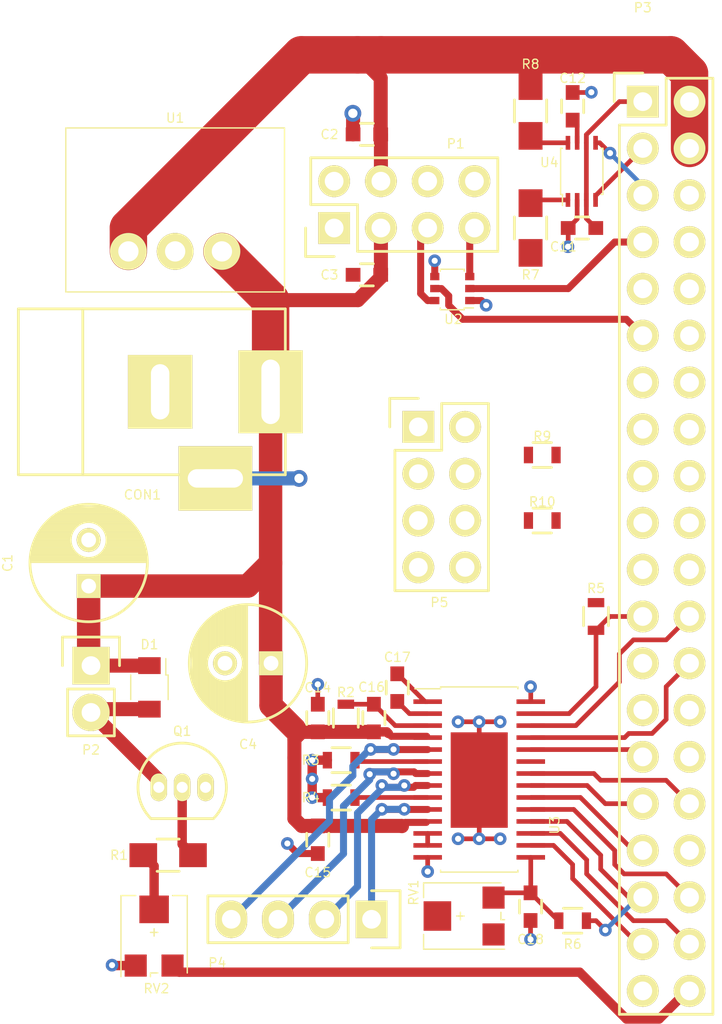
<source format=kicad_pcb>
(kicad_pcb (version 4) (host pcbnew 4.0.2-4+6225~38~ubuntu14.04.1-stable)

  (general
    (links 112)
    (no_connects 51)
    (area 0 0 0 0)
    (thickness 1.6)
    (drawings 0)
    (tracks 287)
    (zones 0)
    (modules 35)
    (nets 43)
  )

  (page A4)
  (layers
    (0 F.Cu signal)
    (31 B.Cu signal)
    (32 B.Adhes user)
    (33 F.Adhes user)
    (34 B.Paste user)
    (35 F.Paste user)
    (36 B.SilkS user)
    (37 F.SilkS user)
    (38 B.Mask user)
    (39 F.Mask user)
    (40 Dwgs.User user)
    (41 Cmts.User user)
    (42 Eco1.User user)
    (43 Eco2.User user)
    (44 Edge.Cuts user)
    (45 Margin user)
    (46 B.CrtYd user)
    (47 F.CrtYd user hide)
    (48 B.Fab user)
    (49 F.Fab user)
  )

  (setup
    (last_trace_width 0.381)
    (user_trace_width 0.254)
    (user_trace_width 0.381)
    (user_trace_width 0.508)
    (user_trace_width 0.762)
    (user_trace_width 1.27)
    (user_trace_width 2.032)
    (trace_clearance 0.1524)
    (zone_clearance 0.254)
    (zone_45_only no)
    (trace_min 0.1524)
    (segment_width 0.2)
    (edge_width 0.15)
    (via_size 0.6858)
    (via_drill 0.3302)
    (via_min_size 0.6858)
    (via_min_drill 0.3302)
    (user_via 0.9144 0.508)
    (uvia_size 0.3048)
    (uvia_drill 0.1016)
    (uvias_allowed no)
    (uvia_min_size 0)
    (uvia_min_drill 0)
    (pcb_text_width 0.3)
    (pcb_text_size 1.5 1.5)
    (mod_edge_width 0.15)
    (mod_text_size 0.5 0.5)
    (mod_text_width 0.07)
    (pad_size 1.524 1.524)
    (pad_drill 0.762)
    (pad_to_mask_clearance 0)
    (pad_to_paste_clearance -0.0254)
    (aux_axis_origin 0 0)
    (visible_elements FFFFF77F)
    (pcbplotparams
      (layerselection 0x00030_80000001)
      (usegerberextensions false)
      (excludeedgelayer true)
      (linewidth 0.100000)
      (plotframeref false)
      (viasonmask false)
      (mode 1)
      (useauxorigin false)
      (hpglpennumber 1)
      (hpglpenspeed 20)
      (hpglpendiameter 15)
      (hpglpenoverlay 2)
      (psnegative false)
      (psa4output false)
      (plotreference true)
      (plotvalue true)
      (plotinvisibletext false)
      (padsonsilk false)
      (subtractmaskfromsilk false)
      (outputformat 1)
      (mirror false)
      (drillshape 1)
      (scaleselection 1)
      (outputdirectory ""))
  )

  (net 0 "")
  (net 1 +12V)
  (net 2 GND)
  (net 3 +5V)
  (net 4 +3V3)
  (net 5 "Net-(C16-Pad1)")
  (net 6 "Net-(C17-Pad1)")
  (net 7 "Net-(C17-Pad2)")
  (net 8 /V3P3)
  (net 9 /5vSDA)
  (net 10 /5vSCL)
  (net 11 /3.3vSDA)
  (net 12 /3.3vSCL)
  (net 13 /MODE2)
  (net 14 /MODE1)
  (net 15 /MODE0)
  (net 16 /STEP)
  (net 17 /nENBL)
  (net 18 /DIR)
  (net 19 /DECAY)
  (net 20 /nFAULT)
  (net 21 /nSLEEP)
  (net 22 /nRESET)
  (net 23 /SWITCH1)
  (net 24 /SWITCH2)
  (net 25 /BOUT1)
  (net 26 /BOUT2)
  (net 27 /AOUT2)
  (net 28 /AOUT1)
  (net 29 "Net-(R3-Pad1)")
  (net 30 "Net-(R4-Pad1)")
  (net 31 /nHOME)
  (net 32 "Net-(RV1-Pad2)")
  (net 33 "Net-(D1-Pad2)")
  (net 34 "Net-(P1-Pad5)")
  (net 35 "Net-(P1-Pad7)")
  (net 36 /GPIO10)
  (net 37 /GPIO9)
  (net 38 /LED1)
  (net 39 /LED2)
  (net 40 /PERI)
  (net 41 "Net-(Q1-Pad2)")
  (net 42 "Net-(R1-Pad2)")

  (net_class Default "This is the default net class."
    (clearance 0.1524)
    (trace_width 0.1524)
    (via_dia 0.6858)
    (via_drill 0.3302)
    (uvia_dia 0.3048)
    (uvia_drill 0.1016)
    (add_net +12V)
    (add_net +3V3)
    (add_net +5V)
    (add_net /3.3vSCL)
    (add_net /3.3vSDA)
    (add_net /5vSCL)
    (add_net /5vSDA)
    (add_net /AOUT1)
    (add_net /AOUT2)
    (add_net /BOUT1)
    (add_net /BOUT2)
    (add_net /DECAY)
    (add_net /DIR)
    (add_net /GPIO10)
    (add_net /GPIO9)
    (add_net /LED1)
    (add_net /LED2)
    (add_net /MODE0)
    (add_net /MODE1)
    (add_net /MODE2)
    (add_net /PERI)
    (add_net /STEP)
    (add_net /SWITCH1)
    (add_net /SWITCH2)
    (add_net /V3P3)
    (add_net /nENBL)
    (add_net /nFAULT)
    (add_net /nHOME)
    (add_net /nRESET)
    (add_net /nSLEEP)
    (add_net GND)
    (add_net "Net-(C16-Pad1)")
    (add_net "Net-(C17-Pad1)")
    (add_net "Net-(C17-Pad2)")
    (add_net "Net-(D1-Pad2)")
    (add_net "Net-(P1-Pad5)")
    (add_net "Net-(P1-Pad7)")
    (add_net "Net-(Q1-Pad2)")
    (add_net "Net-(R1-Pad2)")
    (add_net "Net-(R3-Pad1)")
    (add_net "Net-(R4-Pad1)")
    (add_net "Net-(RV1-Pad2)")
  )

  (module Pin_Headers:Pin_Header_Straight_2x20 (layer F.Cu) (tedit 0) (tstamp 56CD2D58)
    (at 179.578 94.996)
    (descr "Through hole pin header")
    (tags "pin header")
    (path /56CBC8D7)
    (fp_text reference P3 (at 0 -5.1) (layer F.SilkS)
      (effects (font (size 0.5 0.5) (thickness 0.07)))
    )
    (fp_text value RPI_HEADER (at 0 -3.1) (layer F.Fab)
      (effects (font (size 0.5 0.5) (thickness 0.07)))
    )
    (fp_line (start -1.75 -1.75) (end -1.75 50.05) (layer F.CrtYd) (width 0.05))
    (fp_line (start 4.3 -1.75) (end 4.3 50.05) (layer F.CrtYd) (width 0.05))
    (fp_line (start -1.75 -1.75) (end 4.3 -1.75) (layer F.CrtYd) (width 0.05))
    (fp_line (start -1.75 50.05) (end 4.3 50.05) (layer F.CrtYd) (width 0.05))
    (fp_line (start 3.81 49.53) (end 3.81 -1.27) (layer F.SilkS) (width 0.15))
    (fp_line (start -1.27 1.27) (end -1.27 49.53) (layer F.SilkS) (width 0.15))
    (fp_line (start 3.81 49.53) (end -1.27 49.53) (layer F.SilkS) (width 0.15))
    (fp_line (start 3.81 -1.27) (end 1.27 -1.27) (layer F.SilkS) (width 0.15))
    (fp_line (start 0 -1.55) (end -1.55 -1.55) (layer F.SilkS) (width 0.15))
    (fp_line (start 1.27 -1.27) (end 1.27 1.27) (layer F.SilkS) (width 0.15))
    (fp_line (start 1.27 1.27) (end -1.27 1.27) (layer F.SilkS) (width 0.15))
    (fp_line (start -1.55 -1.55) (end -1.55 0) (layer F.SilkS) (width 0.15))
    (pad 1 thru_hole rect (at 0 0) (size 1.7272 1.7272) (drill 1.016) (layers *.Cu *.Mask F.SilkS)
      (net 4 +3V3))
    (pad 2 thru_hole oval (at 2.54 0) (size 1.7272 1.7272) (drill 1.016) (layers *.Cu *.Mask F.SilkS)
      (net 3 +5V))
    (pad 3 thru_hole oval (at 0 2.54) (size 1.7272 1.7272) (drill 1.016) (layers *.Cu *.Mask F.SilkS)
      (net 11 /3.3vSDA))
    (pad 4 thru_hole oval (at 2.54 2.54) (size 1.7272 1.7272) (drill 1.016) (layers *.Cu *.Mask F.SilkS)
      (net 3 +5V))
    (pad 5 thru_hole oval (at 0 5.08) (size 1.7272 1.7272) (drill 1.016) (layers *.Cu *.Mask F.SilkS)
      (net 12 /3.3vSCL))
    (pad 6 thru_hole oval (at 2.54 5.08) (size 1.7272 1.7272) (drill 1.016) (layers *.Cu *.Mask F.SilkS)
      (net 2 GND))
    (pad 7 thru_hole oval (at 0 7.62) (size 1.7272 1.7272) (drill 1.016) (layers *.Cu *.Mask F.SilkS)
      (net 38 /LED1))
    (pad 8 thru_hole oval (at 2.54 7.62) (size 1.7272 1.7272) (drill 1.016) (layers *.Cu *.Mask F.SilkS))
    (pad 9 thru_hole oval (at 0 10.16) (size 1.7272 1.7272) (drill 1.016) (layers *.Cu *.Mask F.SilkS)
      (net 2 GND))
    (pad 10 thru_hole oval (at 2.54 10.16) (size 1.7272 1.7272) (drill 1.016) (layers *.Cu *.Mask F.SilkS))
    (pad 11 thru_hole oval (at 0 12.7) (size 1.7272 1.7272) (drill 1.016) (layers *.Cu *.Mask F.SilkS)
      (net 39 /LED2))
    (pad 12 thru_hole oval (at 2.54 12.7) (size 1.7272 1.7272) (drill 1.016) (layers *.Cu *.Mask F.SilkS))
    (pad 13 thru_hole oval (at 0 15.24) (size 1.7272 1.7272) (drill 1.016) (layers *.Cu *.Mask F.SilkS)
      (net 23 /SWITCH1))
    (pad 14 thru_hole oval (at 2.54 15.24) (size 1.7272 1.7272) (drill 1.016) (layers *.Cu *.Mask F.SilkS)
      (net 2 GND))
    (pad 15 thru_hole oval (at 0 17.78) (size 1.7272 1.7272) (drill 1.016) (layers *.Cu *.Mask F.SilkS)
      (net 24 /SWITCH2))
    (pad 16 thru_hole oval (at 2.54 17.78) (size 1.7272 1.7272) (drill 1.016) (layers *.Cu *.Mask F.SilkS))
    (pad 17 thru_hole oval (at 0 20.32) (size 1.7272 1.7272) (drill 1.016) (layers *.Cu *.Mask F.SilkS)
      (net 4 +3V3))
    (pad 18 thru_hole oval (at 2.54 20.32) (size 1.7272 1.7272) (drill 1.016) (layers *.Cu *.Mask F.SilkS))
    (pad 19 thru_hole oval (at 0 22.86) (size 1.7272 1.7272) (drill 1.016) (layers *.Cu *.Mask F.SilkS)
      (net 36 /GPIO10))
    (pad 20 thru_hole oval (at 2.54 22.86) (size 1.7272 1.7272) (drill 1.016) (layers *.Cu *.Mask F.SilkS)
      (net 2 GND))
    (pad 21 thru_hole oval (at 0 25.4) (size 1.7272 1.7272) (drill 1.016) (layers *.Cu *.Mask F.SilkS)
      (net 37 /GPIO9))
    (pad 22 thru_hole oval (at 2.54 25.4) (size 1.7272 1.7272) (drill 1.016) (layers *.Cu *.Mask F.SilkS))
    (pad 23 thru_hole oval (at 0 27.94) (size 1.7272 1.7272) (drill 1.016) (layers *.Cu *.Mask F.SilkS)
      (net 31 /nHOME))
    (pad 24 thru_hole oval (at 2.54 27.94) (size 1.7272 1.7272) (drill 1.016) (layers *.Cu *.Mask F.SilkS)
      (net 13 /MODE2))
    (pad 25 thru_hole oval (at 0 30.48) (size 1.7272 1.7272) (drill 1.016) (layers *.Cu *.Mask F.SilkS)
      (net 2 GND))
    (pad 26 thru_hole oval (at 2.54 30.48) (size 1.7272 1.7272) (drill 1.016) (layers *.Cu *.Mask F.SilkS)
      (net 14 /MODE1))
    (pad 27 thru_hole oval (at 0 33.02) (size 1.7272 1.7272) (drill 1.016) (layers *.Cu *.Mask F.SilkS))
    (pad 28 thru_hole oval (at 2.54 33.02) (size 1.7272 1.7272) (drill 1.016) (layers *.Cu *.Mask F.SilkS))
    (pad 29 thru_hole oval (at 0 35.56) (size 1.7272 1.7272) (drill 1.016) (layers *.Cu *.Mask F.SilkS)
      (net 15 /MODE0))
    (pad 30 thru_hole oval (at 2.54 35.56) (size 1.7272 1.7272) (drill 1.016) (layers *.Cu *.Mask F.SilkS)
      (net 2 GND))
    (pad 31 thru_hole oval (at 0 38.1) (size 1.7272 1.7272) (drill 1.016) (layers *.Cu *.Mask F.SilkS)
      (net 17 /nENBL))
    (pad 32 thru_hole oval (at 2.54 38.1) (size 1.7272 1.7272) (drill 1.016) (layers *.Cu *.Mask F.SilkS)
      (net 16 /STEP))
    (pad 33 thru_hole oval (at 0 40.64) (size 1.7272 1.7272) (drill 1.016) (layers *.Cu *.Mask F.SilkS)
      (net 18 /DIR))
    (pad 34 thru_hole oval (at 2.54 40.64) (size 1.7272 1.7272) (drill 1.016) (layers *.Cu *.Mask F.SilkS)
      (net 2 GND))
    (pad 35 thru_hole oval (at 0 43.18) (size 1.7272 1.7272) (drill 1.016) (layers *.Cu *.Mask F.SilkS)
      (net 20 /nFAULT))
    (pad 36 thru_hole oval (at 2.54 43.18) (size 1.7272 1.7272) (drill 1.016) (layers *.Cu *.Mask F.SilkS)
      (net 19 /DECAY))
    (pad 37 thru_hole oval (at 0 45.72) (size 1.7272 1.7272) (drill 1.016) (layers *.Cu *.Mask F.SilkS)
      (net 22 /nRESET))
    (pad 38 thru_hole oval (at 2.54 45.72) (size 1.7272 1.7272) (drill 1.016) (layers *.Cu *.Mask F.SilkS)
      (net 21 /nSLEEP))
    (pad 39 thru_hole oval (at 0 48.26) (size 1.7272 1.7272) (drill 1.016) (layers *.Cu *.Mask F.SilkS)
      (net 2 GND))
    (pad 40 thru_hole oval (at 2.54 48.26) (size 1.7272 1.7272) (drill 1.016) (layers *.Cu *.Mask F.SilkS)
      (net 40 /PERI))
    (model Pin_Headers.3dshapes/Pin_Header_Straight_2x20.wrl
      (at (xyz 0.05 -0.95 0))
      (scale (xyz 1 1 1))
      (rotate (xyz 0 0 90))
    )
  )

  (module Resistors_SMD:R_0805_HandSoldering (layer F.Cu) (tedit 56D4D647) (tstamp 56CD2D9E)
    (at 173.482 95.504 270)
    (descr "Resistor SMD 0805, hand soldering")
    (tags "resistor 0805")
    (path /56CE6F7F)
    (attr smd)
    (fp_text reference R8 (at -2.54 0 540) (layer F.SilkS)
      (effects (font (size 0.5 0.5) (thickness 0.07)))
    )
    (fp_text value 10k (at 0 0 360) (layer F.Fab)
      (effects (font (size 0.5 0.5) (thickness 0.07)))
    )
    (fp_line (start -2.4 -1) (end 2.4 -1) (layer F.CrtYd) (width 0.05))
    (fp_line (start -2.4 1) (end 2.4 1) (layer F.CrtYd) (width 0.05))
    (fp_line (start -2.4 -1) (end -2.4 1) (layer F.CrtYd) (width 0.05))
    (fp_line (start 2.4 -1) (end 2.4 1) (layer F.CrtYd) (width 0.05))
    (fp_line (start 0.6 0.875) (end -0.6 0.875) (layer F.SilkS) (width 0.15))
    (fp_line (start -0.6 -0.875) (end 0.6 -0.875) (layer F.SilkS) (width 0.15))
    (pad 1 smd rect (at -1.35 0 270) (size 1.5 1.3) (layers F.Cu F.Paste F.Mask)
      (net 3 +5V))
    (pad 2 smd rect (at 1.35 0 270) (size 1.5 1.3) (layers F.Cu F.Paste F.Mask)
      (net 10 /5vSCL))
    (model Resistors_SMD.3dshapes/R_0805_HandSoldering.wrl
      (at (xyz 0 0 0))
      (scale (xyz 1 1 1))
      (rotate (xyz 0 0 0))
    )
  )

  (module Resistors_SMD:R_0603 (layer F.Cu) (tedit 56D3EB72) (tstamp 56CD2D80)
    (at 163.195 130.7338 180)
    (descr "Resistor SMD 0603, reflow soldering, Vishay (see dcrcw.pdf)")
    (tags "resistor 0603")
    (path /56CCE3C6)
    (attr smd)
    (fp_text reference R3 (at 1.651 0 180) (layer F.SilkS)
      (effects (font (size 0.5 0.5) (thickness 0.07)))
    )
    (fp_text value 200m (at 0 0 180) (layer F.Fab)
      (effects (font (size 0.5 0.5) (thickness 0.07)))
    )
    (fp_line (start -1.3 -0.8) (end 1.3 -0.8) (layer F.CrtYd) (width 0.05))
    (fp_line (start -1.3 0.8) (end 1.3 0.8) (layer F.CrtYd) (width 0.05))
    (fp_line (start -1.3 -0.8) (end -1.3 0.8) (layer F.CrtYd) (width 0.05))
    (fp_line (start 1.3 -0.8) (end 1.3 0.8) (layer F.CrtYd) (width 0.05))
    (fp_line (start 0.5 0.675) (end -0.5 0.675) (layer F.SilkS) (width 0.15))
    (fp_line (start -0.5 -0.675) (end 0.5 -0.675) (layer F.SilkS) (width 0.15))
    (pad 1 smd rect (at -0.75 0 180) (size 0.5 0.9) (layers F.Cu F.Paste F.Mask)
      (net 29 "Net-(R3-Pad1)"))
    (pad 2 smd rect (at 0.75 0 180) (size 0.5 0.9) (layers F.Cu F.Paste F.Mask)
      (net 2 GND))
    (model Resistors_SMD.3dshapes/R_0603.wrl
      (at (xyz 0 0 0))
      (scale (xyz 1 1 1))
      (rotate (xyz 0 0 0))
    )
  )

  (module Capacitors_SMD:C_0603 (layer F.Cu) (tedit 56D3DA3E) (tstamp 56CD2D03)
    (at 161.925 128.4478 270)
    (descr "Capacitor SMD 0603, reflow soldering, AVX (see smccp.pdf)")
    (tags "capacitor 0603")
    (path /56CCD580)
    (attr smd)
    (fp_text reference C14 (at -1.651 0 360) (layer F.SilkS)
      (effects (font (size 0.5 0.5) (thickness 0.07)))
    )
    (fp_text value .1u (at 0 0 360) (layer F.Fab)
      (effects (font (size 0.5 0.5) (thickness 0.07)))
    )
    (fp_line (start -1.45 -0.75) (end 1.45 -0.75) (layer F.CrtYd) (width 0.05))
    (fp_line (start -1.45 0.75) (end 1.45 0.75) (layer F.CrtYd) (width 0.05))
    (fp_line (start -1.45 -0.75) (end -1.45 0.75) (layer F.CrtYd) (width 0.05))
    (fp_line (start 1.45 -0.75) (end 1.45 0.75) (layer F.CrtYd) (width 0.05))
    (fp_line (start -0.35 -0.6) (end 0.35 -0.6) (layer F.SilkS) (width 0.15))
    (fp_line (start 0.35 0.6) (end -0.35 0.6) (layer F.SilkS) (width 0.15))
    (pad 1 smd rect (at -0.75 0 270) (size 0.8 0.75) (layers F.Cu F.Paste F.Mask)
      (net 2 GND))
    (pad 2 smd rect (at 0.75 0 270) (size 0.8 0.75) (layers F.Cu F.Paste F.Mask)
      (net 1 +12V))
    (model Capacitors_SMD.3dshapes/C_0603.wrl
      (at (xyz 0 0 0))
      (scale (xyz 1 1 1))
      (rotate (xyz 0 0 0))
    )
  )

  (module Capacitors_SMD:C_0603 (layer F.Cu) (tedit 56CD317E) (tstamp 56CD2CBB)
    (at 164.592 96.774 180)
    (descr "Capacitor SMD 0603, reflow soldering, AVX (see smccp.pdf)")
    (tags "capacitor 0603")
    (path /56CB7DA5)
    (attr smd)
    (fp_text reference C2 (at 2.032 0 180) (layer F.SilkS)
      (effects (font (size 0.5 0.5) (thickness 0.07)))
    )
    (fp_text value 10u (at -2.286 0 180) (layer F.Fab)
      (effects (font (size 0.5 0.5) (thickness 0.07)))
    )
    (fp_line (start -1.45 -0.75) (end 1.45 -0.75) (layer F.CrtYd) (width 0.05))
    (fp_line (start -1.45 0.75) (end 1.45 0.75) (layer F.CrtYd) (width 0.05))
    (fp_line (start -1.45 -0.75) (end -1.45 0.75) (layer F.CrtYd) (width 0.05))
    (fp_line (start 1.45 -0.75) (end 1.45 0.75) (layer F.CrtYd) (width 0.05))
    (fp_line (start -0.35 -0.6) (end 0.35 -0.6) (layer F.SilkS) (width 0.15))
    (fp_line (start 0.35 0.6) (end -0.35 0.6) (layer F.SilkS) (width 0.15))
    (pad 1 smd rect (at -0.75 0 180) (size 0.8 0.75) (layers F.Cu F.Paste F.Mask)
      (net 3 +5V))
    (pad 2 smd rect (at 0.75 0 180) (size 0.8 0.75) (layers F.Cu F.Paste F.Mask)
      (net 2 GND))
    (model Capacitors_SMD.3dshapes/C_0603.wrl
      (at (xyz 0 0 0))
      (scale (xyz 1 1 1))
      (rotate (xyz 0 0 0))
    )
  )

  (module Capacitors_SMD:C_0603 (layer F.Cu) (tedit 56D3A698) (tstamp 56CD2CC1)
    (at 164.592 104.394)
    (descr "Capacitor SMD 0603, reflow soldering, AVX (see smccp.pdf)")
    (tags "capacitor 0603")
    (path /56CB9979)
    (attr smd)
    (fp_text reference C3 (at -2.032 0) (layer F.SilkS)
      (effects (font (size 0.5 0.5) (thickness 0.07)))
    )
    (fp_text value 10u (at 2.286 0.127) (layer F.Fab)
      (effects (font (size 0.5 0.5) (thickness 0.07)))
    )
    (fp_line (start -1.45 -0.75) (end 1.45 -0.75) (layer F.CrtYd) (width 0.05))
    (fp_line (start -1.45 0.75) (end 1.45 0.75) (layer F.CrtYd) (width 0.05))
    (fp_line (start -1.45 -0.75) (end -1.45 0.75) (layer F.CrtYd) (width 0.05))
    (fp_line (start 1.45 -0.75) (end 1.45 0.75) (layer F.CrtYd) (width 0.05))
    (fp_line (start -0.35 -0.6) (end 0.35 -0.6) (layer F.SilkS) (width 0.15))
    (fp_line (start 0.35 0.6) (end -0.35 0.6) (layer F.SilkS) (width 0.15))
    (pad 1 smd rect (at -0.75 0) (size 0.8 0.75) (layers F.Cu F.Paste F.Mask)
      (net 2 GND))
    (pad 2 smd rect (at 0.75 0) (size 0.8 0.75) (layers F.Cu F.Paste F.Mask)
      (net 1 +12V))
    (model Capacitors_SMD.3dshapes/C_0603.wrl
      (at (xyz 0 0 0))
      (scale (xyz 1 1 1))
      (rotate (xyz 0 0 0))
    )
  )

  (module Capacitors_SMD:C_0603 (layer F.Cu) (tedit 56D4D498) (tstamp 56CD2CF1)
    (at 176.276 101.854)
    (descr "Capacitor SMD 0603, reflow soldering, AVX (see smccp.pdf)")
    (tags "capacitor 0603")
    (path /56CBCD0C)
    (attr smd)
    (fp_text reference C11 (at -1.016 1.016 180) (layer F.SilkS)
      (effects (font (size 0.5 0.5) (thickness 0.07)))
    )
    (fp_text value .1u (at 0.508 1.016 180) (layer F.Fab)
      (effects (font (size 0.5 0.5) (thickness 0.07)))
    )
    (fp_line (start -1.45 -0.75) (end 1.45 -0.75) (layer F.CrtYd) (width 0.05))
    (fp_line (start -1.45 0.75) (end 1.45 0.75) (layer F.CrtYd) (width 0.05))
    (fp_line (start -1.45 -0.75) (end -1.45 0.75) (layer F.CrtYd) (width 0.05))
    (fp_line (start 1.45 -0.75) (end 1.45 0.75) (layer F.CrtYd) (width 0.05))
    (fp_line (start -0.35 -0.6) (end 0.35 -0.6) (layer F.SilkS) (width 0.15))
    (fp_line (start 0.35 0.6) (end -0.35 0.6) (layer F.SilkS) (width 0.15))
    (pad 1 smd rect (at -0.75 0) (size 0.8 0.75) (layers F.Cu F.Paste F.Mask)
      (net 2 GND))
    (pad 2 smd rect (at 0.75 0) (size 0.8 0.75) (layers F.Cu F.Paste F.Mask)
      (net 4 +3V3))
    (model Capacitors_SMD.3dshapes/C_0603.wrl
      (at (xyz 0 0 0))
      (scale (xyz 1 1 1))
      (rotate (xyz 0 0 0))
    )
  )

  (module Capacitors_SMD:C_0603 (layer F.Cu) (tedit 56D4DEF5) (tstamp 56CD2CF7)
    (at 175.768 95.25 270)
    (descr "Capacitor SMD 0603, reflow soldering, AVX (see smccp.pdf)")
    (tags "capacitor 0603")
    (path /56CBDAC7)
    (attr smd)
    (fp_text reference C12 (at -1.524 0 540) (layer F.SilkS)
      (effects (font (size 0.5 0.5) (thickness 0.07)))
    )
    (fp_text value .1u (at 0 0 540) (layer F.Fab)
      (effects (font (size 0.5 0.5) (thickness 0.07)))
    )
    (fp_line (start -1.45 -0.75) (end 1.45 -0.75) (layer F.CrtYd) (width 0.05))
    (fp_line (start -1.45 0.75) (end 1.45 0.75) (layer F.CrtYd) (width 0.05))
    (fp_line (start -1.45 -0.75) (end -1.45 0.75) (layer F.CrtYd) (width 0.05))
    (fp_line (start 1.45 -0.75) (end 1.45 0.75) (layer F.CrtYd) (width 0.05))
    (fp_line (start -0.35 -0.6) (end 0.35 -0.6) (layer F.SilkS) (width 0.15))
    (fp_line (start 0.35 0.6) (end -0.35 0.6) (layer F.SilkS) (width 0.15))
    (pad 1 smd rect (at -0.75 0 270) (size 0.8 0.75) (layers F.Cu F.Paste F.Mask)
      (net 2 GND))
    (pad 2 smd rect (at 0.75 0 270) (size 0.8 0.75) (layers F.Cu F.Paste F.Mask)
      (net 3 +5V))
    (model Capacitors_SMD.3dshapes/C_0603.wrl
      (at (xyz 0 0 0))
      (scale (xyz 1 1 1))
      (rotate (xyz 0 0 0))
    )
  )

  (module Capacitors_SMD:C_0603 (layer F.Cu) (tedit 56D3ECBC) (tstamp 56CD2D09)
    (at 161.925 135.0518 90)
    (descr "Capacitor SMD 0603, reflow soldering, AVX (see smccp.pdf)")
    (tags "capacitor 0603")
    (path /56CCE1B1)
    (attr smd)
    (fp_text reference C15 (at -1.778 0 180) (layer F.SilkS)
      (effects (font (size 0.5 0.5) (thickness 0.07)))
    )
    (fp_text value .1u (at 0 0 180) (layer F.Fab)
      (effects (font (size 0.5 0.5) (thickness 0.07)))
    )
    (fp_line (start -1.45 -0.75) (end 1.45 -0.75) (layer F.CrtYd) (width 0.05))
    (fp_line (start -1.45 0.75) (end 1.45 0.75) (layer F.CrtYd) (width 0.05))
    (fp_line (start -1.45 -0.75) (end -1.45 0.75) (layer F.CrtYd) (width 0.05))
    (fp_line (start 1.45 -0.75) (end 1.45 0.75) (layer F.CrtYd) (width 0.05))
    (fp_line (start -0.35 -0.6) (end 0.35 -0.6) (layer F.SilkS) (width 0.15))
    (fp_line (start 0.35 0.6) (end -0.35 0.6) (layer F.SilkS) (width 0.15))
    (pad 1 smd rect (at -0.75 0 90) (size 0.8 0.75) (layers F.Cu F.Paste F.Mask)
      (net 2 GND))
    (pad 2 smd rect (at 0.75 0 90) (size 0.8 0.75) (layers F.Cu F.Paste F.Mask)
      (net 1 +12V))
    (model Capacitors_SMD.3dshapes/C_0603.wrl
      (at (xyz 0 0 0))
      (scale (xyz 1 1 1))
      (rotate (xyz 0 0 0))
    )
  )

  (module Capacitors_SMD:C_0603 (layer F.Cu) (tedit 56D3DF14) (tstamp 56CD2D0F)
    (at 164.973 128.4478 270)
    (descr "Capacitor SMD 0603, reflow soldering, AVX (see smccp.pdf)")
    (tags "capacitor 0603")
    (path /56CCC473)
    (attr smd)
    (fp_text reference C16 (at -1.6764 0.127 360) (layer F.SilkS)
      (effects (font (size 0.5 0.5) (thickness 0.07)))
    )
    (fp_text value .1u (at 0 0.127 360) (layer F.Fab)
      (effects (font (size 0.5 0.5) (thickness 0.07)))
    )
    (fp_line (start -1.45 -0.75) (end 1.45 -0.75) (layer F.CrtYd) (width 0.05))
    (fp_line (start -1.45 0.75) (end 1.45 0.75) (layer F.CrtYd) (width 0.05))
    (fp_line (start -1.45 -0.75) (end -1.45 0.75) (layer F.CrtYd) (width 0.05))
    (fp_line (start 1.45 -0.75) (end 1.45 0.75) (layer F.CrtYd) (width 0.05))
    (fp_line (start -0.35 -0.6) (end 0.35 -0.6) (layer F.SilkS) (width 0.15))
    (fp_line (start 0.35 0.6) (end -0.35 0.6) (layer F.SilkS) (width 0.15))
    (pad 1 smd rect (at -0.75 0 270) (size 0.8 0.75) (layers F.Cu F.Paste F.Mask)
      (net 5 "Net-(C16-Pad1)"))
    (pad 2 smd rect (at 0.75 0 270) (size 0.8 0.75) (layers F.Cu F.Paste F.Mask)
      (net 1 +12V))
    (model Capacitors_SMD.3dshapes/C_0603.wrl
      (at (xyz 0 0 0))
      (scale (xyz 1 1 1))
      (rotate (xyz 0 0 0))
    )
  )

  (module Capacitors_SMD:C_0603 (layer F.Cu) (tedit 56D3DF17) (tstamp 56CD2D15)
    (at 166.243 126.7968 90)
    (descr "Capacitor SMD 0603, reflow soldering, AVX (see smccp.pdf)")
    (tags "capacitor 0603")
    (path /56CCD191)
    (attr smd)
    (fp_text reference C17 (at 1.651 0 180) (layer F.SilkS)
      (effects (font (size 0.5 0.5) (thickness 0.07)))
    )
    (fp_text value .01u (at -0.0254 0.0254 180) (layer F.Fab)
      (effects (font (size 0.5 0.5) (thickness 0.07)))
    )
    (fp_line (start -1.45 -0.75) (end 1.45 -0.75) (layer F.CrtYd) (width 0.05))
    (fp_line (start -1.45 0.75) (end 1.45 0.75) (layer F.CrtYd) (width 0.05))
    (fp_line (start -1.45 -0.75) (end -1.45 0.75) (layer F.CrtYd) (width 0.05))
    (fp_line (start 1.45 -0.75) (end 1.45 0.75) (layer F.CrtYd) (width 0.05))
    (fp_line (start -0.35 -0.6) (end 0.35 -0.6) (layer F.SilkS) (width 0.15))
    (fp_line (start 0.35 0.6) (end -0.35 0.6) (layer F.SilkS) (width 0.15))
    (pad 1 smd rect (at -0.75 0 90) (size 0.8 0.75) (layers F.Cu F.Paste F.Mask)
      (net 6 "Net-(C17-Pad1)"))
    (pad 2 smd rect (at 0.75 0 90) (size 0.8 0.75) (layers F.Cu F.Paste F.Mask)
      (net 7 "Net-(C17-Pad2)"))
    (model Capacitors_SMD.3dshapes/C_0603.wrl
      (at (xyz 0 0 0))
      (scale (xyz 1 1 1))
      (rotate (xyz 0 0 0))
    )
  )

  (module Capacitors_SMD:C_0603 (layer F.Cu) (tedit 56D52731) (tstamp 56CD2D1B)
    (at 173.482 138.684 270)
    (descr "Capacitor SMD 0603, reflow soldering, AVX (see smccp.pdf)")
    (tags "capacitor 0603")
    (path /56CD1D6F)
    (attr smd)
    (fp_text reference C18 (at 1.778 0 360) (layer F.SilkS)
      (effects (font (size 0.5 0.5) (thickness 0.07)))
    )
    (fp_text value .47u (at 0 0 360) (layer F.Fab)
      (effects (font (size 0.5 0.5) (thickness 0.07)))
    )
    (fp_line (start -1.45 -0.75) (end 1.45 -0.75) (layer F.CrtYd) (width 0.05))
    (fp_line (start -1.45 0.75) (end 1.45 0.75) (layer F.CrtYd) (width 0.05))
    (fp_line (start -1.45 -0.75) (end -1.45 0.75) (layer F.CrtYd) (width 0.05))
    (fp_line (start 1.45 -0.75) (end 1.45 0.75) (layer F.CrtYd) (width 0.05))
    (fp_line (start -0.35 -0.6) (end 0.35 -0.6) (layer F.SilkS) (width 0.15))
    (fp_line (start 0.35 0.6) (end -0.35 0.6) (layer F.SilkS) (width 0.15))
    (pad 1 smd rect (at -0.75 0 270) (size 0.8 0.75) (layers F.Cu F.Paste F.Mask)
      (net 8 /V3P3))
    (pad 2 smd rect (at 0.75 0 270) (size 0.8 0.75) (layers F.Cu F.Paste F.Mask)
      (net 2 GND))
    (model Capacitors_SMD.3dshapes/C_0603.wrl
      (at (xyz 0 0 0))
      (scale (xyz 1 1 1))
      (rotate (xyz 0 0 0))
    )
  )

  (module footprints:CUI_BARREL_JACK (layer F.Cu) (tedit 56D4DAD6) (tstamp 56CD2D22)
    (at 153.162 110.744)
    (descr "DC Barrel Jack")
    (tags "Power Jack")
    (path /56CE48E4)
    (fp_text reference CON1 (at -0.762 5.588 180) (layer F.SilkS)
      (effects (font (size 0.5 0.5) (thickness 0.07)))
    )
    (fp_text value BARREL_JACK (at 0 -3.429) (layer F.Fab)
      (effects (font (size 0.5 0.5) (thickness 0.07)))
    )
    (fp_line (start -4.0005 -4.50088) (end -4.0005 4.50088) (layer F.SilkS) (width 0.15))
    (fp_line (start -7.50062 -4.50088) (end -7.50062 4.50088) (layer F.SilkS) (width 0.15))
    (fp_line (start -7.50062 4.50088) (end 7.00024 4.50088) (layer F.SilkS) (width 0.15))
    (fp_line (start 7.00024 4.50088) (end 7.00024 -4.50088) (layer F.SilkS) (width 0.15))
    (fp_line (start 7.00024 -4.50088) (end -7.50062 -4.50088) (layer F.SilkS) (width 0.15))
    (pad 1 thru_hole rect (at 6.20014 0) (size 3.5 4.5) (drill oval 1.00076 3.5) (layers *.Cu *.Mask F.SilkS)
      (net 1 +12V))
    (pad 2 thru_hole rect (at 0.20066 0) (size 3.5 4) (drill oval 1 3) (layers *.Cu *.Mask F.SilkS)
      (net 2 GND))
    (pad 3 thru_hole rect (at 3.2004 4.699) (size 4 3.5) (drill oval 3 1) (layers *.Cu *.Mask F.SilkS)
      (net 2 GND))
  )

  (module Pin_Headers:Pin_Header_Straight_1x04 (layer F.Cu) (tedit 56D4C7A7) (tstamp 56CD2D60)
    (at 164.846 139.3698 270)
    (descr "Through hole pin header")
    (tags "pin header")
    (path /56CCA31F)
    (fp_text reference P4 (at 2.3622 8.382 360) (layer F.SilkS)
      (effects (font (size 0.5 0.5) (thickness 0.07)))
    )
    (fp_text value STEPPER_CONN (at 2.3622 2.794 360) (layer F.Fab)
      (effects (font (size 0.5 0.5) (thickness 0.07)))
    )
    (fp_line (start -1.75 -1.75) (end -1.75 9.4) (layer F.CrtYd) (width 0.05))
    (fp_line (start 1.75 -1.75) (end 1.75 9.4) (layer F.CrtYd) (width 0.05))
    (fp_line (start -1.75 -1.75) (end 1.75 -1.75) (layer F.CrtYd) (width 0.05))
    (fp_line (start -1.75 9.4) (end 1.75 9.4) (layer F.CrtYd) (width 0.05))
    (fp_line (start -1.27 1.27) (end -1.27 8.89) (layer F.SilkS) (width 0.15))
    (fp_line (start 1.27 1.27) (end 1.27 8.89) (layer F.SilkS) (width 0.15))
    (fp_line (start 1.55 -1.55) (end 1.55 0) (layer F.SilkS) (width 0.15))
    (fp_line (start -1.27 8.89) (end 1.27 8.89) (layer F.SilkS) (width 0.15))
    (fp_line (start 1.27 1.27) (end -1.27 1.27) (layer F.SilkS) (width 0.15))
    (fp_line (start -1.55 0) (end -1.55 -1.55) (layer F.SilkS) (width 0.15))
    (fp_line (start -1.55 -1.55) (end 1.55 -1.55) (layer F.SilkS) (width 0.15))
    (pad 1 thru_hole rect (at 0 0 270) (size 2.032 1.7272) (drill 1.016) (layers *.Cu *.Mask F.SilkS)
      (net 25 /BOUT1))
    (pad 2 thru_hole oval (at 0 2.54 270) (size 2.032 1.7272) (drill 1.016) (layers *.Cu *.Mask F.SilkS)
      (net 26 /BOUT2))
    (pad 3 thru_hole oval (at 0 5.08 270) (size 2.032 1.7272) (drill 1.016) (layers *.Cu *.Mask F.SilkS)
      (net 27 /AOUT2))
    (pad 4 thru_hole oval (at 0 7.62 270) (size 2.032 1.7272) (drill 1.016) (layers *.Cu *.Mask F.SilkS)
      (net 28 /AOUT1))
    (model Pin_Headers.3dshapes/Pin_Header_Straight_1x04.wrl
      (at (xyz 0 -0.15 0))
      (scale (xyz 1 1 1))
      (rotate (xyz 0 0 90))
    )
  )

  (module Resistors_SMD:R_0603 (layer F.Cu) (tedit 56D3DA4D) (tstamp 56CD2D7A)
    (at 163.449 128.4478 270)
    (descr "Resistor SMD 0603, reflow soldering, Vishay (see dcrcw.pdf)")
    (tags "resistor 0603")
    (path /56CCD21E)
    (attr smd)
    (fp_text reference R2 (at -1.397 0 360) (layer F.SilkS)
      (effects (font (size 0.5 0.5) (thickness 0.07)))
    )
    (fp_text value 1M (at 0 0 360) (layer F.Fab)
      (effects (font (size 0.5 0.5) (thickness 0.07)))
    )
    (fp_line (start -1.3 -0.8) (end 1.3 -0.8) (layer F.CrtYd) (width 0.05))
    (fp_line (start -1.3 0.8) (end 1.3 0.8) (layer F.CrtYd) (width 0.05))
    (fp_line (start -1.3 -0.8) (end -1.3 0.8) (layer F.CrtYd) (width 0.05))
    (fp_line (start 1.3 -0.8) (end 1.3 0.8) (layer F.CrtYd) (width 0.05))
    (fp_line (start 0.5 0.675) (end -0.5 0.675) (layer F.SilkS) (width 0.15))
    (fp_line (start -0.5 -0.675) (end 0.5 -0.675) (layer F.SilkS) (width 0.15))
    (pad 1 smd rect (at -0.75 0 270) (size 0.5 0.9) (layers F.Cu F.Paste F.Mask)
      (net 5 "Net-(C16-Pad1)"))
    (pad 2 smd rect (at 0.75 0 270) (size 0.5 0.9) (layers F.Cu F.Paste F.Mask)
      (net 1 +12V))
    (model Resistors_SMD.3dshapes/R_0603.wrl
      (at (xyz 0 0 0))
      (scale (xyz 1 1 1))
      (rotate (xyz 0 0 0))
    )
  )

  (module Resistors_SMD:R_0603 (layer F.Cu) (tedit 56D3EB70) (tstamp 56CD2D86)
    (at 163.195 132.7658 180)
    (descr "Resistor SMD 0603, reflow soldering, Vishay (see dcrcw.pdf)")
    (tags "resistor 0603")
    (path /56CCE792)
    (attr smd)
    (fp_text reference R4 (at 1.651 0 180) (layer F.SilkS)
      (effects (font (size 0.5 0.5) (thickness 0.07)))
    )
    (fp_text value 200m (at 0 0 180) (layer F.Fab)
      (effects (font (size 0.5 0.5) (thickness 0.07)))
    )
    (fp_line (start -1.3 -0.8) (end 1.3 -0.8) (layer F.CrtYd) (width 0.05))
    (fp_line (start -1.3 0.8) (end 1.3 0.8) (layer F.CrtYd) (width 0.05))
    (fp_line (start -1.3 -0.8) (end -1.3 0.8) (layer F.CrtYd) (width 0.05))
    (fp_line (start 1.3 -0.8) (end 1.3 0.8) (layer F.CrtYd) (width 0.05))
    (fp_line (start 0.5 0.675) (end -0.5 0.675) (layer F.SilkS) (width 0.15))
    (fp_line (start -0.5 -0.675) (end 0.5 -0.675) (layer F.SilkS) (width 0.15))
    (pad 1 smd rect (at -0.75 0 180) (size 0.5 0.9) (layers F.Cu F.Paste F.Mask)
      (net 30 "Net-(R4-Pad1)"))
    (pad 2 smd rect (at 0.75 0 180) (size 0.5 0.9) (layers F.Cu F.Paste F.Mask)
      (net 2 GND))
    (model Resistors_SMD.3dshapes/R_0603.wrl
      (at (xyz 0 0 0))
      (scale (xyz 1 1 1))
      (rotate (xyz 0 0 0))
    )
  )

  (module Resistors_SMD:R_0603 (layer F.Cu) (tedit 56D4E3FC) (tstamp 56CD2D8C)
    (at 177.038 122.936 270)
    (descr "Resistor SMD 0603, reflow soldering, Vishay (see dcrcw.pdf)")
    (tags "resistor 0603")
    (path /56CD219E)
    (attr smd)
    (fp_text reference R5 (at -1.524 0 360) (layer F.SilkS)
      (effects (font (size 0.5 0.5) (thickness 0.07)))
    )
    (fp_text value 10k (at 0 0 360) (layer F.Fab)
      (effects (font (size 0.5 0.5) (thickness 0.07)))
    )
    (fp_line (start -1.3 -0.8) (end 1.3 -0.8) (layer F.CrtYd) (width 0.05))
    (fp_line (start -1.3 0.8) (end 1.3 0.8) (layer F.CrtYd) (width 0.05))
    (fp_line (start -1.3 -0.8) (end -1.3 0.8) (layer F.CrtYd) (width 0.05))
    (fp_line (start 1.3 -0.8) (end 1.3 0.8) (layer F.CrtYd) (width 0.05))
    (fp_line (start 0.5 0.675) (end -0.5 0.675) (layer F.SilkS) (width 0.15))
    (fp_line (start -0.5 -0.675) (end 0.5 -0.675) (layer F.SilkS) (width 0.15))
    (pad 1 smd rect (at -0.75 0 270) (size 0.5 0.9) (layers F.Cu F.Paste F.Mask)
      (net 4 +3V3))
    (pad 2 smd rect (at 0.75 0 270) (size 0.5 0.9) (layers F.Cu F.Paste F.Mask)
      (net 31 /nHOME))
    (model Resistors_SMD.3dshapes/R_0603.wrl
      (at (xyz 0 0 0))
      (scale (xyz 1 1 1))
      (rotate (xyz 0 0 0))
    )
  )

  (module Resistors_SMD:R_0603 (layer F.Cu) (tedit 56D4E287) (tstamp 56CD2D92)
    (at 175.768 139.446)
    (descr "Resistor SMD 0603, reflow soldering, Vishay (see dcrcw.pdf)")
    (tags "resistor 0603")
    (path /56CD266C)
    (attr smd)
    (fp_text reference R6 (at 0 1.27) (layer F.SilkS)
      (effects (font (size 0.5 0.5) (thickness 0.07)))
    )
    (fp_text value 10k (at 0 0) (layer F.Fab)
      (effects (font (size 0.5 0.5) (thickness 0.07)))
    )
    (fp_line (start -1.3 -0.8) (end 1.3 -0.8) (layer F.CrtYd) (width 0.05))
    (fp_line (start -1.3 0.8) (end 1.3 0.8) (layer F.CrtYd) (width 0.05))
    (fp_line (start -1.3 -0.8) (end -1.3 0.8) (layer F.CrtYd) (width 0.05))
    (fp_line (start 1.3 -0.8) (end 1.3 0.8) (layer F.CrtYd) (width 0.05))
    (fp_line (start 0.5 0.675) (end -0.5 0.675) (layer F.SilkS) (width 0.15))
    (fp_line (start -0.5 -0.675) (end 0.5 -0.675) (layer F.SilkS) (width 0.15))
    (pad 1 smd rect (at -0.75 0) (size 0.5 0.9) (layers F.Cu F.Paste F.Mask)
      (net 8 /V3P3))
    (pad 2 smd rect (at 0.75 0) (size 0.5 0.9) (layers F.Cu F.Paste F.Mask)
      (net 20 /nFAULT))
    (model Resistors_SMD.3dshapes/R_0603.wrl
      (at (xyz 0 0 0))
      (scale (xyz 1 1 1))
      (rotate (xyz 0 0 0))
    )
  )

  (module Resistors_SMD:R_0805_HandSoldering (layer F.Cu) (tedit 56D4D50E) (tstamp 56CD2D98)
    (at 173.482 101.854 90)
    (descr "Resistor SMD 0805, hand soldering")
    (tags "resistor 0805")
    (path /56CE7556)
    (attr smd)
    (fp_text reference R7 (at -2.54 0 180) (layer F.SilkS)
      (effects (font (size 0.5 0.5) (thickness 0.07)))
    )
    (fp_text value 10k (at 0 0 180) (layer F.Fab)
      (effects (font (size 0.5 0.5) (thickness 0.07)))
    )
    (fp_line (start -2.4 -1) (end 2.4 -1) (layer F.CrtYd) (width 0.05))
    (fp_line (start -2.4 1) (end 2.4 1) (layer F.CrtYd) (width 0.05))
    (fp_line (start -2.4 -1) (end -2.4 1) (layer F.CrtYd) (width 0.05))
    (fp_line (start 2.4 -1) (end 2.4 1) (layer F.CrtYd) (width 0.05))
    (fp_line (start 0.6 0.875) (end -0.6 0.875) (layer F.SilkS) (width 0.15))
    (fp_line (start -0.6 -0.875) (end 0.6 -0.875) (layer F.SilkS) (width 0.15))
    (pad 1 smd rect (at -1.35 0 90) (size 1.5 1.3) (layers F.Cu F.Paste F.Mask)
      (net 3 +5V))
    (pad 2 smd rect (at 1.35 0 90) (size 1.5 1.3) (layers F.Cu F.Paste F.Mask)
      (net 9 /5vSDA))
    (model Resistors_SMD.3dshapes/R_0805_HandSoldering.wrl
      (at (xyz 0 0 0))
      (scale (xyz 1 1 1))
      (rotate (xyz 0 0 0))
    )
  )

  (module Resistors_SMD:R_0603 (layer F.Cu) (tedit 56D4E63F) (tstamp 56CD2DA4)
    (at 174.117 114.173)
    (descr "Resistor SMD 0603, reflow soldering, Vishay (see dcrcw.pdf)")
    (tags "resistor 0603")
    (path /56CEBB96)
    (attr smd)
    (fp_text reference R9 (at 0 -1.016) (layer F.SilkS)
      (effects (font (size 0.5 0.5) (thickness 0.07)))
    )
    (fp_text value 10k (at 0 0) (layer F.Fab)
      (effects (font (size 0.5 0.5) (thickness 0.07)))
    )
    (fp_line (start -1.3 -0.8) (end 1.3 -0.8) (layer F.CrtYd) (width 0.05))
    (fp_line (start -1.3 0.8) (end 1.3 0.8) (layer F.CrtYd) (width 0.05))
    (fp_line (start -1.3 -0.8) (end -1.3 0.8) (layer F.CrtYd) (width 0.05))
    (fp_line (start 1.3 -0.8) (end 1.3 0.8) (layer F.CrtYd) (width 0.05))
    (fp_line (start 0.5 0.675) (end -0.5 0.675) (layer F.SilkS) (width 0.15))
    (fp_line (start -0.5 -0.675) (end 0.5 -0.675) (layer F.SilkS) (width 0.15))
    (pad 1 smd rect (at -0.75 0) (size 0.5 0.9) (layers F.Cu F.Paste F.Mask)
      (net 2 GND))
    (pad 2 smd rect (at 0.75 0) (size 0.5 0.9) (layers F.Cu F.Paste F.Mask)
      (net 23 /SWITCH1))
    (model Resistors_SMD.3dshapes/R_0603.wrl
      (at (xyz 0 0 0))
      (scale (xyz 1 1 1))
      (rotate (xyz 0 0 0))
    )
  )

  (module Resistors_SMD:R_0603 (layer F.Cu) (tedit 56D4E63A) (tstamp 56CD2DAA)
    (at 174.117 117.729)
    (descr "Resistor SMD 0603, reflow soldering, Vishay (see dcrcw.pdf)")
    (tags "resistor 0603")
    (path /56CED46B)
    (attr smd)
    (fp_text reference R10 (at 0 -1.016) (layer F.SilkS)
      (effects (font (size 0.5 0.5) (thickness 0.07)))
    )
    (fp_text value 10k (at 0 0) (layer F.Fab)
      (effects (font (size 0.5 0.5) (thickness 0.07)))
    )
    (fp_line (start -1.3 -0.8) (end 1.3 -0.8) (layer F.CrtYd) (width 0.05))
    (fp_line (start -1.3 0.8) (end 1.3 0.8) (layer F.CrtYd) (width 0.05))
    (fp_line (start -1.3 -0.8) (end -1.3 0.8) (layer F.CrtYd) (width 0.05))
    (fp_line (start 1.3 -0.8) (end 1.3 0.8) (layer F.CrtYd) (width 0.05))
    (fp_line (start 0.5 0.675) (end -0.5 0.675) (layer F.SilkS) (width 0.15))
    (fp_line (start -0.5 -0.675) (end 0.5 -0.675) (layer F.SilkS) (width 0.15))
    (pad 1 smd rect (at -0.75 0) (size 0.5 0.9) (layers F.Cu F.Paste F.Mask)
      (net 24 /SWITCH2))
    (pad 2 smd rect (at 0.75 0) (size 0.5 0.9) (layers F.Cu F.Paste F.Mask)
      (net 2 GND))
    (model Resistors_SMD.3dshapes/R_0603.wrl
      (at (xyz 0 0 0))
      (scale (xyz 1 1 1))
      (rotate (xyz 0 0 0))
    )
  )

  (module footprints:R-78B-3-SIP (layer F.Cu) (tedit 56CD3162) (tstamp 56CD2DBD)
    (at 156.718 103.124 180)
    (path /56CB7336)
    (fp_text reference U1 (at 2.54 7.239 180) (layer F.SilkS)
      (effects (font (size 0.5 0.5) (thickness 0.07)))
    )
    (fp_text value R-78B5.0-1.5L (at 3.175 3.683 180) (layer F.Fab)
      (effects (font (size 0.5 0.5) (thickness 0.07)))
    )
    (fp_line (start -3.4 -2.2) (end -3.4 6.7) (layer F.SilkS) (width 0.0762))
    (fp_line (start 8.48 -2.2) (end 8.48 6.7) (layer F.SilkS) (width 0.0762))
    (fp_line (start -3.4 6.7) (end 8.48 6.7) (layer F.SilkS) (width 0.0762))
    (fp_line (start 0 -2.2) (end -3.4 -2.2) (layer F.SilkS) (width 0.0762))
    (fp_line (start 8.48 -2.2) (end 0 -2.2) (layer F.SilkS) (width 0.0762))
    (pad 1 thru_hole circle (at 0 0 180) (size 2 2) (drill 1.1) (layers *.Cu *.Mask F.SilkS)
      (net 1 +12V))
    (pad 2 thru_hole circle (at 2.54 0 180) (size 2 2) (drill 1.1) (layers *.Cu *.Mask F.SilkS)
      (net 2 GND))
    (pad 3 thru_hole circle (at 5.08 0 180) (size 2 2) (drill 1.1) (layers *.Cu *.Mask F.SilkS)
      (net 3 +5V))
  )

  (module footprints:28-HTSSOP (layer F.Cu) (tedit 56D4C78C) (tstamp 56CD2DE6)
    (at 167.894 127.5588 270)
    (path /56CB720E)
    (fp_text reference U3 (at 6.7 -6.9 270) (layer F.SilkS)
      (effects (font (size 0.5 0.5) (thickness 0.07)))
    )
    (fp_text value DRV8825 (at -1.5748 -2.794 360) (layer F.Fab)
      (effects (font (size 0.5 0.5) (thickness 0.07)))
    )
    (fp_line (start 9.15 -0.7) (end 9.25 -0.7) (layer F.SilkS) (width 0.0762))
    (fp_line (start 9.25 -0.7) (end 9.25 -4.9) (layer F.SilkS) (width 0.0762))
    (fp_line (start 9.25 -4.9) (end 9.15 -4.9) (layer F.SilkS) (width 0.0762))
    (fp_line (start -0.7 0.7) (end -0.7 -0.7) (layer F.SilkS) (width 0.0762))
    (fp_line (start -0.7 -0.7) (end -0.8 -0.7) (layer F.SilkS) (width 0.0762))
    (fp_line (start -0.8 -0.7) (end -0.8 -4.9) (layer F.SilkS) (width 0.0762))
    (fp_line (start -0.8 -4.9) (end -0.7 -4.9) (layer F.SilkS) (width 0.0762))
    (pad 28 smd rect (at 0 -5.6 270) (size 0.25 1.55) (layers F.Cu F.Paste F.Mask)
      (net 2 GND))
    (pad 27 smd rect (at 0.65 -5.6 270) (size 0.25 1.55) (layers F.Cu F.Paste F.Mask)
      (net 31 /nHOME))
    (pad 26 smd rect (at 1.3 -5.6 270) (size 0.25 1.55) (layers F.Cu F.Paste F.Mask)
      (net 13 /MODE2))
    (pad 25 smd rect (at 1.95 -5.6 270) (size 0.25 1.55) (layers F.Cu F.Paste F.Mask)
      (net 14 /MODE1))
    (pad 24 smd rect (at 2.6 -5.6 270) (size 0.25 1.55) (layers F.Cu F.Paste F.Mask)
      (net 15 /MODE0))
    (pad 23 smd rect (at 3.25 -5.6 270) (size 0.25 1.55) (layers F.Cu F.Paste F.Mask))
    (pad 22 smd rect (at 3.9 -5.6 270) (size 0.25 1.55) (layers F.Cu F.Paste F.Mask)
      (net 16 /STEP))
    (pad 21 smd rect (at 4.55 -5.6 270) (size 0.25 1.55) (layers F.Cu F.Paste F.Mask)
      (net 17 /nENBL))
    (pad 20 smd rect (at 5.2 -5.6 270) (size 0.25 1.55) (layers F.Cu F.Paste F.Mask)
      (net 18 /DIR))
    (pad 19 smd rect (at 5.85 -5.6 270) (size 0.25 1.55) (layers F.Cu F.Paste F.Mask)
      (net 19 /DECAY))
    (pad 18 smd rect (at 6.5 -5.6 270) (size 0.25 1.55) (layers F.Cu F.Paste F.Mask)
      (net 20 /nFAULT))
    (pad 17 smd rect (at 7.15 -5.6 270) (size 0.25 1.55) (layers F.Cu F.Paste F.Mask)
      (net 21 /nSLEEP))
    (pad 16 smd rect (at 7.8 -5.6 270) (size 0.25 1.55) (layers F.Cu F.Paste F.Mask)
      (net 22 /nRESET))
    (pad 15 smd rect (at 8.45 -5.6 270) (size 0.25 1.55) (layers F.Cu F.Paste F.Mask)
      (net 8 /V3P3))
    (pad 1 smd rect (at 0 0 270) (size 0.25 1.55) (layers F.Cu F.Paste F.Mask)
      (net 7 "Net-(C17-Pad2)"))
    (pad 2 smd rect (at 0.65 0 270) (size 0.25 1.55) (layers F.Cu F.Paste F.Mask)
      (net 6 "Net-(C17-Pad1)"))
    (pad 3 smd rect (at 1.3 0 270) (size 0.25 1.55) (layers F.Cu F.Paste F.Mask)
      (net 5 "Net-(C16-Pad1)"))
    (pad 4 smd rect (at 1.95 0 270) (size 0.25 1.55) (layers F.Cu F.Paste F.Mask)
      (net 1 +12V))
    (pad 5 smd rect (at 2.6 0 270) (size 0.25 1.55) (layers F.Cu F.Paste F.Mask)
      (net 28 /AOUT1))
    (pad 6 smd rect (at 3.25 0 270) (size 0.25 1.55) (layers F.Cu F.Paste F.Mask)
      (net 29 "Net-(R3-Pad1)"))
    (pad 7 smd rect (at 3.9 0 270) (size 0.25 1.55) (layers F.Cu F.Paste F.Mask)
      (net 27 /AOUT2))
    (pad 8 smd rect (at 4.55 0 270) (size 0.25 1.55) (layers F.Cu F.Paste F.Mask)
      (net 26 /BOUT2))
    (pad 9 smd rect (at 5.2 0 270) (size 0.25 1.55) (layers F.Cu F.Paste F.Mask)
      (net 30 "Net-(R4-Pad1)"))
    (pad 10 smd rect (at 5.85 0 270) (size 0.25 1.55) (layers F.Cu F.Paste F.Mask)
      (net 25 /BOUT1))
    (pad 11 smd rect (at 6.5 0 270) (size 0.25 1.55) (layers F.Cu F.Paste F.Mask)
      (net 1 +12V))
    (pad 12 smd rect (at 7.15 0 270) (size 0.25 1.55) (layers F.Cu F.Paste F.Mask)
      (net 32 "Net-(RV1-Pad2)"))
    (pad 13 smd rect (at 7.8 0 270) (size 0.25 1.55) (layers F.Cu F.Paste F.Mask)
      (net 32 "Net-(RV1-Pad2)"))
    (pad 14 smd rect (at 8.45 0 270) (size 0.25 1.55) (layers F.Cu F.Paste F.Mask)
      (net 2 GND))
    (pad 29 smd rect (at 4.255 -2.8 270) (size 5.18 3.1) (layers F.Cu F.Paste F.Mask)
      (net 2 GND))
  )

  (module footprints:8-VSSOP (layer F.Cu) (tedit 56D4DED0) (tstamp 56CD2DF2)
    (at 175.514 100.33)
    (descr 5)
    (path /56CB7665)
    (fp_text reference U4 (at -1.016 -2.032 180) (layer F.SilkS)
      (effects (font (size 0.5 0.5) (thickness 0.07)))
    )
    (fp_text value TCA9406DCUR (at -0.762 -1.27 180) (layer F.Fab)
      (effects (font (size 0.5 0.5) (thickness 0.07)))
    )
    (fp_line (start -0.3 -0.3) (end -0.3 0.3) (layer F.SilkS) (width 0.0762))
    (fp_line (start 1.8 -2.8) (end 1.9 -2.8) (layer F.SilkS) (width 0.0762))
    (fp_line (start 1.9 -2.8) (end 1.9 -0.3) (layer F.SilkS) (width 0.0762))
    (fp_line (start 1.9 -0.3) (end 1.8 -0.3) (layer F.SilkS) (width 0.0762))
    (fp_line (start -0.3 -2.8) (end -0.4 -2.8) (layer F.SilkS) (width 0.0762))
    (fp_line (start -0.4 -2.8) (end -0.4 -0.3) (layer F.SilkS) (width 0.0762))
    (fp_line (start -0.4 -0.3) (end -0.3 -0.3) (layer F.SilkS) (width 0.0762))
    (pad 8 smd rect (at 0 -3.1) (size 0.25 0.75) (layers F.Cu F.Paste F.Mask)
      (net 10 /5vSCL))
    (pad 7 smd rect (at 0.5 -3.1) (size 0.25 0.75) (layers F.Cu F.Paste F.Mask)
      (net 3 +5V))
    (pad 6 smd rect (at 1 -3.1) (size 0.25 0.75) (layers F.Cu F.Paste F.Mask)
      (net 4 +3V3))
    (pad 5 smd rect (at 1.5 -3.1) (size 0.25 0.75) (layers F.Cu F.Paste F.Mask)
      (net 12 /3.3vSCL))
    (pad 1 smd rect (at 0 0) (size 0.25 0.75) (layers F.Cu F.Paste F.Mask)
      (net 9 /5vSDA))
    (pad 2 smd rect (at 0.5 0) (size 0.25 0.75) (layers F.Cu F.Paste F.Mask)
      (net 2 GND))
    (pad 3 smd rect (at 1 0) (size 0.25 0.75) (layers F.Cu F.Paste F.Mask)
      (net 4 +3V3))
    (pad 4 smd rect (at 1.5 0) (size 0.25 0.75) (layers F.Cu F.Paste F.Mask)
      (net 11 /3.3vSDA))
  )

  (module Pin_Headers:Pin_Header_Straight_1x02 (layer F.Cu) (tedit 56D3A4D9) (tstamp 56D39B79)
    (at 149.606 125.603)
    (descr "Through hole pin header")
    (tags "pin header")
    (path /56CFEAE4)
    (fp_text reference P2 (at 0 4.572) (layer F.SilkS)
      (effects (font (size 0.5 0.5) (thickness 0.07)))
    )
    (fp_text value CONN_01X02 (at 0 5.588) (layer F.Fab)
      (effects (font (size 0.5 0.5) (thickness 0.07)))
    )
    (fp_line (start 1.27 1.27) (end 1.27 3.81) (layer F.SilkS) (width 0.15))
    (fp_line (start 1.55 -1.55) (end 1.55 0) (layer F.SilkS) (width 0.15))
    (fp_line (start -1.75 -1.75) (end -1.75 4.3) (layer F.CrtYd) (width 0.05))
    (fp_line (start 1.75 -1.75) (end 1.75 4.3) (layer F.CrtYd) (width 0.05))
    (fp_line (start -1.75 -1.75) (end 1.75 -1.75) (layer F.CrtYd) (width 0.05))
    (fp_line (start -1.75 4.3) (end 1.75 4.3) (layer F.CrtYd) (width 0.05))
    (fp_line (start 1.27 1.27) (end -1.27 1.27) (layer F.SilkS) (width 0.15))
    (fp_line (start -1.55 0) (end -1.55 -1.55) (layer F.SilkS) (width 0.15))
    (fp_line (start -1.55 -1.55) (end 1.55 -1.55) (layer F.SilkS) (width 0.15))
    (fp_line (start -1.27 1.27) (end -1.27 3.81) (layer F.SilkS) (width 0.15))
    (fp_line (start -1.27 3.81) (end 1.27 3.81) (layer F.SilkS) (width 0.15))
    (pad 1 thru_hole rect (at 0 0) (size 2.032 2.032) (drill 1.016) (layers *.Cu *.Mask F.SilkS)
      (net 1 +12V))
    (pad 2 thru_hole oval (at 0 2.54) (size 2.032 2.032) (drill 1.016) (layers *.Cu *.Mask F.SilkS)
      (net 33 "Net-(D1-Pad2)"))
    (model Pin_Headers.3dshapes/Pin_Header_Straight_1x02.wrl
      (at (xyz 0 -0.05 0))
      (scale (xyz 1 1 1))
      (rotate (xyz 0 0 90))
    )
  )

  (module TO_SOT_Packages_THT:TO-92_Inline_Narrow_Oval (layer F.Cu) (tedit 56D53836) (tstamp 56D39B7A)
    (at 153.289 132.207)
    (descr "TO-92 leads in-line, narrow, oval pads, drill 0.6mm (see NXP sot054_po.pdf)")
    (tags "to-92 sc-43 sc-43a sot54 PA33 transistor")
    (path /56D353F4)
    (fp_text reference Q1 (at 1.27 -3.048 180) (layer F.SilkS)
      (effects (font (size 0.5 0.5) (thickness 0.07)))
    )
    (fp_text value ZTX692B (at 1.27 -1.397 180) (layer F.Fab)
      (effects (font (size 0.5 0.5) (thickness 0.07)))
    )
    (fp_line (start -1.4 1.95) (end -1.4 -2.65) (layer F.CrtYd) (width 0.05))
    (fp_line (start -1.4 1.95) (end 3.95 1.95) (layer F.CrtYd) (width 0.05))
    (fp_line (start -0.43 1.7) (end 2.97 1.7) (layer F.SilkS) (width 0.15))
    (fp_arc (start 1.27 0) (end 1.27 -2.4) (angle -135) (layer F.SilkS) (width 0.15))
    (fp_arc (start 1.27 0) (end 1.27 -2.4) (angle 135) (layer F.SilkS) (width 0.15))
    (fp_line (start -1.4 -2.65) (end 3.95 -2.65) (layer F.CrtYd) (width 0.05))
    (fp_line (start 3.95 1.95) (end 3.95 -2.65) (layer F.CrtYd) (width 0.05))
    (pad 2 thru_hole oval (at 1.27 0 180) (size 0.89916 1.50114) (drill 0.6) (layers *.Cu *.Mask F.SilkS)
      (net 41 "Net-(Q1-Pad2)"))
    (pad 3 thru_hole oval (at 2.54 0 180) (size 0.89916 1.50114) (drill 0.6) (layers *.Cu *.Mask F.SilkS)
      (net 2 GND))
    (pad 1 thru_hole oval (at 0 0 180) (size 0.89916 1.50114) (drill 0.6) (layers *.Cu *.Mask F.SilkS)
      (net 33 "Net-(D1-Pad2)"))
    (model TO_SOT_Packages_THT.3dshapes/TO-92_Inline_Narrow_Oval.wrl
      (at (xyz 0.05 0 0))
      (scale (xyz 1 1 1))
      (rotate (xyz 0 0 -90))
    )
  )

  (module footprints:SOT−363 (layer F.Cu) (tedit 56D53A26) (tstamp 56D39B87)
    (at 170.18 105.791 180)
    (path /56D33F0B)
    (fp_text reference U2 (at 0.889 -1.016 180) (layer F.SilkS)
      (effects (font (size 0.5 0.5) (thickness 0.07)))
    )
    (fp_text value MUN5216DW1T1G (at 0.762 -1.651 180) (layer F.Fab)
      (effects (font (size 0.5 0.5) (thickness 0.07)))
    )
    (fp_line (start 0.3 1.6) (end 0.3 1.7) (layer F.SilkS) (width 0.0762))
    (fp_line (start 0.3 1.7) (end 1.6 1.7) (layer F.SilkS) (width 0.0762))
    (fp_line (start 1.6 1.7) (end 1.6 1.6) (layer F.SilkS) (width 0.0762))
    (fp_line (start -0.2 -0.4) (end 0.3 -0.4) (layer F.SilkS) (width 0.0762))
    (fp_line (start 0.3 -0.4) (end 0.3 -0.5) (layer F.SilkS) (width 0.0762))
    (fp_line (start 0.3 -0.5) (end 1.6 -0.5) (layer F.SilkS) (width 0.0762))
    (fp_line (start 1.6 -0.5) (end 1.6 -0.4) (layer F.SilkS) (width 0.0762))
    (pad 1 smd rect (at 0 0 180) (size 0.5 0.4) (layers F.Cu F.Paste F.Mask)
      (net 2 GND))
    (pad 2 smd rect (at 0 0.65 180) (size 0.5 0.4) (layers F.Cu F.Paste F.Mask)
      (net 38 /LED1))
    (pad 3 smd rect (at 0 1.3 180) (size 0.5 0.4) (layers F.Cu F.Paste F.Mask)
      (net 35 "Net-(P1-Pad7)"))
    (pad 6 smd rect (at 1.9 0 180) (size 0.5 0.4) (layers F.Cu F.Paste F.Mask)
      (net 34 "Net-(P1-Pad5)"))
    (pad 5 smd rect (at 1.9 0.65 180) (size 0.5 0.4) (layers F.Cu F.Paste F.Mask)
      (net 39 /LED2))
    (pad 4 smd rect (at 1.9 1.3 180) (size 0.5 0.4) (layers F.Cu F.Paste F.Mask)
      (net 2 GND))
  )

  (module footprints:SOD-123 (layer F.Cu) (tedit 56D53597) (tstamp 56D3A218)
    (at 152.781 125.603 270)
    (path /56D00F3D)
    (fp_text reference D1 (at -1.143 0 360) (layer F.SilkS)
      (effects (font (size 0.5 0.5) (thickness 0.07)))
    )
    (fp_text value D (at 1.27 0 360) (layer F.Fab)
      (effects (font (size 0.5 0.5) (thickness 0.07)))
    )
    (fp_line (start 0.508 1.016) (end 1.8415 1.016) (layer F.SilkS) (width 0.0762))
    (fp_line (start 0.508 -1.016) (end 1.8415 -1.016) (layer F.SilkS) (width 0.0762))
    (fp_line (start 0.508 -1.016) (end 0.508 -0.889) (layer F.SilkS) (width 0.0762))
    (fp_line (start 0.508 -0.889) (end -0.381 -0.889) (layer F.SilkS) (width 0.0762))
    (pad 1 smd rect (at 0 0 270) (size 0.9144 1.2192) (layers F.Cu F.Paste F.Mask)
      (net 1 +12V))
    (pad 2 smd rect (at 2.3622 0 270) (size 0.9144 1.2192) (layers F.Cu F.Paste F.Mask)
      (net 33 "Net-(D1-Pad2)"))
  )

  (module Pin_Headers:Pin_Header_Straight_2x04 (layer F.Cu) (tedit 56D53A20) (tstamp 56D4DEF5)
    (at 162.814 101.854 90)
    (descr "Through hole pin header")
    (tags "pin header")
    (path /56D4EA2B)
    (fp_text reference P1 (at 4.572 6.604 180) (layer F.SilkS)
      (effects (font (size 0.5 0.5) (thickness 0.07)))
    )
    (fp_text value CONN_02X04 (at 1.27 4.826 180) (layer F.Fab)
      (effects (font (size 0.5 0.5) (thickness 0.07)))
    )
    (fp_line (start -1.75 -1.75) (end -1.75 9.4) (layer F.CrtYd) (width 0.05))
    (fp_line (start 4.3 -1.75) (end 4.3 9.4) (layer F.CrtYd) (width 0.05))
    (fp_line (start -1.75 -1.75) (end 4.3 -1.75) (layer F.CrtYd) (width 0.05))
    (fp_line (start -1.75 9.4) (end 4.3 9.4) (layer F.CrtYd) (width 0.05))
    (fp_line (start -1.27 1.27) (end -1.27 8.89) (layer F.SilkS) (width 0.15))
    (fp_line (start -1.27 8.89) (end 3.81 8.89) (layer F.SilkS) (width 0.15))
    (fp_line (start 3.81 8.89) (end 3.81 -1.27) (layer F.SilkS) (width 0.15))
    (fp_line (start 3.81 -1.27) (end 1.27 -1.27) (layer F.SilkS) (width 0.15))
    (fp_line (start 0 -1.55) (end -1.55 -1.55) (layer F.SilkS) (width 0.15))
    (fp_line (start 1.27 -1.27) (end 1.27 1.27) (layer F.SilkS) (width 0.15))
    (fp_line (start 1.27 1.27) (end -1.27 1.27) (layer F.SilkS) (width 0.15))
    (fp_line (start -1.55 -1.55) (end -1.55 0) (layer F.SilkS) (width 0.15))
    (pad 1 thru_hole rect (at 0 0 90) (size 1.7272 1.7272) (drill 1.016) (layers *.Cu *.Mask F.SilkS)
      (net 2 GND))
    (pad 2 thru_hole oval (at 2.54 0 90) (size 1.7272 1.7272) (drill 1.016) (layers *.Cu *.Mask F.SilkS)
      (net 2 GND))
    (pad 3 thru_hole oval (at 0 2.54 90) (size 1.7272 1.7272) (drill 1.016) (layers *.Cu *.Mask F.SilkS)
      (net 1 +12V))
    (pad 4 thru_hole oval (at 2.54 2.54 90) (size 1.7272 1.7272) (drill 1.016) (layers *.Cu *.Mask F.SilkS)
      (net 3 +5V))
    (pad 5 thru_hole oval (at 0 5.08 90) (size 1.7272 1.7272) (drill 1.016) (layers *.Cu *.Mask F.SilkS)
      (net 34 "Net-(P1-Pad5)"))
    (pad 6 thru_hole oval (at 2.54 5.08 90) (size 1.7272 1.7272) (drill 1.016) (layers *.Cu *.Mask F.SilkS)
      (net 9 /5vSDA))
    (pad 7 thru_hole oval (at 0 7.62 90) (size 1.7272 1.7272) (drill 1.016) (layers *.Cu *.Mask F.SilkS)
      (net 35 "Net-(P1-Pad7)"))
    (pad 8 thru_hole oval (at 2.54 7.62 90) (size 1.7272 1.7272) (drill 1.016) (layers *.Cu *.Mask F.SilkS)
      (net 10 /5vSCL))
    (model Pin_Headers.3dshapes/Pin_Header_Straight_2x04.wrl
      (at (xyz 0.05 -0.15 0))
      (scale (xyz 1 1 1))
      (rotate (xyz 0 0 90))
    )
  )

  (module Pin_Headers:Pin_Header_Straight_2x04 (layer F.Cu) (tedit 56D538FA) (tstamp 56D4DF0B)
    (at 167.386 112.649)
    (descr "Through hole pin header")
    (tags "pin header")
    (path /56D4ED6E)
    (fp_text reference P5 (at 1.143 9.525) (layer F.SilkS)
      (effects (font (size 0.5 0.5) (thickness 0.07)))
    )
    (fp_text value CONN_02X04 (at 1.143 -2.159) (layer F.Fab)
      (effects (font (size 0.5 0.5) (thickness 0.07)))
    )
    (fp_line (start -1.75 -1.75) (end -1.75 9.4) (layer F.CrtYd) (width 0.05))
    (fp_line (start 4.3 -1.75) (end 4.3 9.4) (layer F.CrtYd) (width 0.05))
    (fp_line (start -1.75 -1.75) (end 4.3 -1.75) (layer F.CrtYd) (width 0.05))
    (fp_line (start -1.75 9.4) (end 4.3 9.4) (layer F.CrtYd) (width 0.05))
    (fp_line (start -1.27 1.27) (end -1.27 8.89) (layer F.SilkS) (width 0.15))
    (fp_line (start -1.27 8.89) (end 3.81 8.89) (layer F.SilkS) (width 0.15))
    (fp_line (start 3.81 8.89) (end 3.81 -1.27) (layer F.SilkS) (width 0.15))
    (fp_line (start 3.81 -1.27) (end 1.27 -1.27) (layer F.SilkS) (width 0.15))
    (fp_line (start 0 -1.55) (end -1.55 -1.55) (layer F.SilkS) (width 0.15))
    (fp_line (start 1.27 -1.27) (end 1.27 1.27) (layer F.SilkS) (width 0.15))
    (fp_line (start 1.27 1.27) (end -1.27 1.27) (layer F.SilkS) (width 0.15))
    (fp_line (start -1.55 -1.55) (end -1.55 0) (layer F.SilkS) (width 0.15))
    (pad 1 thru_hole rect (at 0 0) (size 1.7272 1.7272) (drill 1.016) (layers *.Cu *.Mask F.SilkS)
      (net 2 GND))
    (pad 2 thru_hole oval (at 2.54 0) (size 1.7272 1.7272) (drill 1.016) (layers *.Cu *.Mask F.SilkS)
      (net 2 GND))
    (pad 3 thru_hole oval (at 0 2.54) (size 1.7272 1.7272) (drill 1.016) (layers *.Cu *.Mask F.SilkS)
      (net 23 /SWITCH1))
    (pad 4 thru_hole oval (at 2.54 2.54) (size 1.7272 1.7272) (drill 1.016) (layers *.Cu *.Mask F.SilkS)
      (net 36 /GPIO10))
    (pad 5 thru_hole oval (at 0 5.08) (size 1.7272 1.7272) (drill 1.016) (layers *.Cu *.Mask F.SilkS)
      (net 24 /SWITCH2))
    (pad 6 thru_hole oval (at 2.54 5.08) (size 1.7272 1.7272) (drill 1.016) (layers *.Cu *.Mask F.SilkS)
      (net 37 /GPIO9))
    (pad 7 thru_hole oval (at 0 7.62) (size 1.7272 1.7272) (drill 1.016) (layers *.Cu *.Mask F.SilkS)
      (net 4 +3V3))
    (pad 8 thru_hole oval (at 2.54 7.62) (size 1.7272 1.7272) (drill 1.016) (layers *.Cu *.Mask F.SilkS))
    (model Pin_Headers.3dshapes/Pin_Header_Straight_2x04.wrl
      (at (xyz 0.05 -0.15 0))
      (scale (xyz 1 1 1))
      (rotate (xyz 0 0 90))
    )
  )

  (module footprints:BOURNS_TC33 (layer F.Cu) (tedit 56D4ECD3) (tstamp 56D4EE59)
    (at 169.672 139.192 90)
    (path /56CD04D7)
    (fp_text reference RV1 (at 1.27 -2.54 90) (layer F.SilkS)
      (effects (font (size 0.5 0.5) (thickness 0.07)))
    )
    (fp_text value POT (at -1.27 -2.54 90) (layer F.Fab)
      (effects (font (size 0.5 0.5) (thickness 0.07)))
    )
    (fp_line (start -0.2 0) (end 0.2 0) (layer F.SilkS) (width 0.0762))
    (fp_line (start 0 -0.2) (end 0 0.2) (layer F.SilkS) (width 0.0762))
    (fp_line (start 1 -2) (end 1.8 -2) (layer F.SilkS) (width 0.0762))
    (fp_line (start 1.8 -2) (end 1.8 2.2) (layer F.SilkS) (width 0.0762))
    (fp_line (start -1.7 -2) (end -1.8 -2) (layer F.SilkS) (width 0.0762))
    (fp_line (start -1.8 -2) (end -1.8 2.4) (layer F.SilkS) (width 0.0762))
    (fp_line (start -0.2 2.2) (end 0.2 2.2) (layer F.SilkS) (width 0.0762))
    (fp_line (start -0.2 2.2) (end -0.2 2.4) (layer F.SilkS) (width 0.0762))
    (fp_line (start -1 -2) (end -1.7 -2) (layer F.SilkS) (width 0.0762))
    (pad 1 smd rect (at -1 1.8 90) (size 1.2 1.2) (layers F.Cu F.Paste F.Mask)
      (net 2 GND))
    (pad 3 smd rect (at 1 1.8 90) (size 1.2 1.2) (layers F.Cu F.Paste F.Mask)
      (net 8 /V3P3))
    (pad 2 smd rect (at 0 -1.25 90) (size 1.6 1.5) (layers F.Cu F.Paste F.Mask)
      (net 32 "Net-(RV1-Pad2)"))
  )

  (module footprints:BOURNS_TC33 (layer F.Cu) (tedit 56D5382B) (tstamp 56D4EE68)
    (at 153.035 140.081)
    (path /56D359E2)
    (fp_text reference RV2 (at 0.127 3.048) (layer F.SilkS)
      (effects (font (size 0.5 0.5) (thickness 0.07)))
    )
    (fp_text value POT (at -1.778 3.048) (layer F.Fab)
      (effects (font (size 0.5 0.5) (thickness 0.07)))
    )
    (fp_line (start -0.2 0) (end 0.2 0) (layer F.SilkS) (width 0.0762))
    (fp_line (start 0 -0.2) (end 0 0.2) (layer F.SilkS) (width 0.0762))
    (fp_line (start 1 -2) (end 1.8 -2) (layer F.SilkS) (width 0.0762))
    (fp_line (start 1.8 -2) (end 1.8 2.2) (layer F.SilkS) (width 0.0762))
    (fp_line (start -1.7 -2) (end -1.8 -2) (layer F.SilkS) (width 0.0762))
    (fp_line (start -1.8 -2) (end -1.8 2.4) (layer F.SilkS) (width 0.0762))
    (fp_line (start -0.2 2.2) (end 0.2 2.2) (layer F.SilkS) (width 0.0762))
    (fp_line (start -0.2 2.2) (end -0.2 2.4) (layer F.SilkS) (width 0.0762))
    (fp_line (start -1 -2) (end -1.7 -2) (layer F.SilkS) (width 0.0762))
    (pad 1 smd rect (at -1 1.8) (size 1.2 1.2) (layers F.Cu F.Paste F.Mask)
      (net 2 GND))
    (pad 3 smd rect (at 1 1.8) (size 1.2 1.2) (layers F.Cu F.Paste F.Mask)
      (net 40 /PERI))
    (pad 2 smd rect (at 0 -1.25) (size 1.6 1.5) (layers F.Cu F.Paste F.Mask)
      (net 42 "Net-(R1-Pad2)"))
  )

  (module Capacitors_ThroughHole:C_Radial_D6.3_L11.2_P2.5 (layer F.Cu) (tedit 0) (tstamp 56D53185)
    (at 149.479 121.285 90)
    (descr "Radial Electrolytic Capacitor, Diameter 6.3mm x Length 11.2mm, Pitch 2.5mm")
    (tags "Electrolytic Capacitor")
    (path /56D52FDF)
    (fp_text reference C1 (at 1.25 -4.4 90) (layer F.SilkS)
      (effects (font (size 0.5 0.5) (thickness 0.07)))
    )
    (fp_text value 100u (at 1.25 4.4 90) (layer F.Fab)
      (effects (font (size 0.5 0.5) (thickness 0.07)))
    )
    (fp_line (start 1.325 -3.149) (end 1.325 3.149) (layer F.SilkS) (width 0.15))
    (fp_line (start 1.465 -3.143) (end 1.465 3.143) (layer F.SilkS) (width 0.15))
    (fp_line (start 1.605 -3.13) (end 1.605 -0.446) (layer F.SilkS) (width 0.15))
    (fp_line (start 1.605 0.446) (end 1.605 3.13) (layer F.SilkS) (width 0.15))
    (fp_line (start 1.745 -3.111) (end 1.745 -0.656) (layer F.SilkS) (width 0.15))
    (fp_line (start 1.745 0.656) (end 1.745 3.111) (layer F.SilkS) (width 0.15))
    (fp_line (start 1.885 -3.085) (end 1.885 -0.789) (layer F.SilkS) (width 0.15))
    (fp_line (start 1.885 0.789) (end 1.885 3.085) (layer F.SilkS) (width 0.15))
    (fp_line (start 2.025 -3.053) (end 2.025 -0.88) (layer F.SilkS) (width 0.15))
    (fp_line (start 2.025 0.88) (end 2.025 3.053) (layer F.SilkS) (width 0.15))
    (fp_line (start 2.165 -3.014) (end 2.165 -0.942) (layer F.SilkS) (width 0.15))
    (fp_line (start 2.165 0.942) (end 2.165 3.014) (layer F.SilkS) (width 0.15))
    (fp_line (start 2.305 -2.968) (end 2.305 -0.981) (layer F.SilkS) (width 0.15))
    (fp_line (start 2.305 0.981) (end 2.305 2.968) (layer F.SilkS) (width 0.15))
    (fp_line (start 2.445 -2.915) (end 2.445 -0.998) (layer F.SilkS) (width 0.15))
    (fp_line (start 2.445 0.998) (end 2.445 2.915) (layer F.SilkS) (width 0.15))
    (fp_line (start 2.585 -2.853) (end 2.585 -0.996) (layer F.SilkS) (width 0.15))
    (fp_line (start 2.585 0.996) (end 2.585 2.853) (layer F.SilkS) (width 0.15))
    (fp_line (start 2.725 -2.783) (end 2.725 -0.974) (layer F.SilkS) (width 0.15))
    (fp_line (start 2.725 0.974) (end 2.725 2.783) (layer F.SilkS) (width 0.15))
    (fp_line (start 2.865 -2.704) (end 2.865 -0.931) (layer F.SilkS) (width 0.15))
    (fp_line (start 2.865 0.931) (end 2.865 2.704) (layer F.SilkS) (width 0.15))
    (fp_line (start 3.005 -2.616) (end 3.005 -0.863) (layer F.SilkS) (width 0.15))
    (fp_line (start 3.005 0.863) (end 3.005 2.616) (layer F.SilkS) (width 0.15))
    (fp_line (start 3.145 -2.516) (end 3.145 -0.764) (layer F.SilkS) (width 0.15))
    (fp_line (start 3.145 0.764) (end 3.145 2.516) (layer F.SilkS) (width 0.15))
    (fp_line (start 3.285 -2.404) (end 3.285 -0.619) (layer F.SilkS) (width 0.15))
    (fp_line (start 3.285 0.619) (end 3.285 2.404) (layer F.SilkS) (width 0.15))
    (fp_line (start 3.425 -2.279) (end 3.425 -0.38) (layer F.SilkS) (width 0.15))
    (fp_line (start 3.425 0.38) (end 3.425 2.279) (layer F.SilkS) (width 0.15))
    (fp_line (start 3.565 -2.136) (end 3.565 2.136) (layer F.SilkS) (width 0.15))
    (fp_line (start 3.705 -1.974) (end 3.705 1.974) (layer F.SilkS) (width 0.15))
    (fp_line (start 3.845 -1.786) (end 3.845 1.786) (layer F.SilkS) (width 0.15))
    (fp_line (start 3.985 -1.563) (end 3.985 1.563) (layer F.SilkS) (width 0.15))
    (fp_line (start 4.125 -1.287) (end 4.125 1.287) (layer F.SilkS) (width 0.15))
    (fp_line (start 4.265 -0.912) (end 4.265 0.912) (layer F.SilkS) (width 0.15))
    (fp_circle (center 2.5 0) (end 2.5 -1) (layer F.SilkS) (width 0.15))
    (fp_circle (center 1.25 0) (end 1.25 -3.1875) (layer F.SilkS) (width 0.15))
    (fp_circle (center 1.25 0) (end 1.25 -3.4) (layer F.CrtYd) (width 0.05))
    (pad 2 thru_hole circle (at 2.5 0 90) (size 1.3 1.3) (drill 0.8) (layers *.Cu *.Mask F.SilkS)
      (net 2 GND))
    (pad 1 thru_hole rect (at 0 0 90) (size 1.3 1.3) (drill 0.8) (layers *.Cu *.Mask F.SilkS)
      (net 1 +12V))
    (model Capacitors_ThroughHole.3dshapes/C_Radial_D6.3_L11.2_P2.5.wrl
      (at (xyz 0 0 0))
      (scale (xyz 1 1 1))
      (rotate (xyz 0 0 0))
    )
  )

  (module Capacitors_ThroughHole:C_Radial_D6.3_L11.2_P2.5 (layer F.Cu) (tedit 0) (tstamp 56D5318F)
    (at 159.385 125.476 180)
    (descr "Radial Electrolytic Capacitor, Diameter 6.3mm x Length 11.2mm, Pitch 2.5mm")
    (tags "Electrolytic Capacitor")
    (path /56D53512)
    (fp_text reference C4 (at 1.25 -4.4 180) (layer F.SilkS)
      (effects (font (size 0.5 0.5) (thickness 0.07)))
    )
    (fp_text value 100u (at 1.25 4.4 180) (layer F.Fab)
      (effects (font (size 0.5 0.5) (thickness 0.07)))
    )
    (fp_line (start 1.325 -3.149) (end 1.325 3.149) (layer F.SilkS) (width 0.15))
    (fp_line (start 1.465 -3.143) (end 1.465 3.143) (layer F.SilkS) (width 0.15))
    (fp_line (start 1.605 -3.13) (end 1.605 -0.446) (layer F.SilkS) (width 0.15))
    (fp_line (start 1.605 0.446) (end 1.605 3.13) (layer F.SilkS) (width 0.15))
    (fp_line (start 1.745 -3.111) (end 1.745 -0.656) (layer F.SilkS) (width 0.15))
    (fp_line (start 1.745 0.656) (end 1.745 3.111) (layer F.SilkS) (width 0.15))
    (fp_line (start 1.885 -3.085) (end 1.885 -0.789) (layer F.SilkS) (width 0.15))
    (fp_line (start 1.885 0.789) (end 1.885 3.085) (layer F.SilkS) (width 0.15))
    (fp_line (start 2.025 -3.053) (end 2.025 -0.88) (layer F.SilkS) (width 0.15))
    (fp_line (start 2.025 0.88) (end 2.025 3.053) (layer F.SilkS) (width 0.15))
    (fp_line (start 2.165 -3.014) (end 2.165 -0.942) (layer F.SilkS) (width 0.15))
    (fp_line (start 2.165 0.942) (end 2.165 3.014) (layer F.SilkS) (width 0.15))
    (fp_line (start 2.305 -2.968) (end 2.305 -0.981) (layer F.SilkS) (width 0.15))
    (fp_line (start 2.305 0.981) (end 2.305 2.968) (layer F.SilkS) (width 0.15))
    (fp_line (start 2.445 -2.915) (end 2.445 -0.998) (layer F.SilkS) (width 0.15))
    (fp_line (start 2.445 0.998) (end 2.445 2.915) (layer F.SilkS) (width 0.15))
    (fp_line (start 2.585 -2.853) (end 2.585 -0.996) (layer F.SilkS) (width 0.15))
    (fp_line (start 2.585 0.996) (end 2.585 2.853) (layer F.SilkS) (width 0.15))
    (fp_line (start 2.725 -2.783) (end 2.725 -0.974) (layer F.SilkS) (width 0.15))
    (fp_line (start 2.725 0.974) (end 2.725 2.783) (layer F.SilkS) (width 0.15))
    (fp_line (start 2.865 -2.704) (end 2.865 -0.931) (layer F.SilkS) (width 0.15))
    (fp_line (start 2.865 0.931) (end 2.865 2.704) (layer F.SilkS) (width 0.15))
    (fp_line (start 3.005 -2.616) (end 3.005 -0.863) (layer F.SilkS) (width 0.15))
    (fp_line (start 3.005 0.863) (end 3.005 2.616) (layer F.SilkS) (width 0.15))
    (fp_line (start 3.145 -2.516) (end 3.145 -0.764) (layer F.SilkS) (width 0.15))
    (fp_line (start 3.145 0.764) (end 3.145 2.516) (layer F.SilkS) (width 0.15))
    (fp_line (start 3.285 -2.404) (end 3.285 -0.619) (layer F.SilkS) (width 0.15))
    (fp_line (start 3.285 0.619) (end 3.285 2.404) (layer F.SilkS) (width 0.15))
    (fp_line (start 3.425 -2.279) (end 3.425 -0.38) (layer F.SilkS) (width 0.15))
    (fp_line (start 3.425 0.38) (end 3.425 2.279) (layer F.SilkS) (width 0.15))
    (fp_line (start 3.565 -2.136) (end 3.565 2.136) (layer F.SilkS) (width 0.15))
    (fp_line (start 3.705 -1.974) (end 3.705 1.974) (layer F.SilkS) (width 0.15))
    (fp_line (start 3.845 -1.786) (end 3.845 1.786) (layer F.SilkS) (width 0.15))
    (fp_line (start 3.985 -1.563) (end 3.985 1.563) (layer F.SilkS) (width 0.15))
    (fp_line (start 4.125 -1.287) (end 4.125 1.287) (layer F.SilkS) (width 0.15))
    (fp_line (start 4.265 -0.912) (end 4.265 0.912) (layer F.SilkS) (width 0.15))
    (fp_circle (center 2.5 0) (end 2.5 -1) (layer F.SilkS) (width 0.15))
    (fp_circle (center 1.25 0) (end 1.25 -3.1875) (layer F.SilkS) (width 0.15))
    (fp_circle (center 1.25 0) (end 1.25 -3.4) (layer F.CrtYd) (width 0.05))
    (pad 2 thru_hole circle (at 2.5 0 180) (size 1.3 1.3) (drill 0.8) (layers *.Cu *.Mask F.SilkS)
      (net 2 GND))
    (pad 1 thru_hole rect (at 0 0 180) (size 1.3 1.3) (drill 0.8) (layers *.Cu *.Mask F.SilkS)
      (net 1 +12V))
    (model Capacitors_ThroughHole.3dshapes/C_Radial_D6.3_L11.2_P2.5.wrl
      (at (xyz 0 0 0))
      (scale (xyz 1 1 1))
      (rotate (xyz 0 0 0))
    )
  )

  (module Resistors_SMD:R_0805_HandSoldering (layer F.Cu) (tedit 56D53830) (tstamp 56D5385E)
    (at 153.797 135.89 180)
    (descr "Resistor SMD 0805, hand soldering")
    (tags "resistor 0805")
    (path /56CFEE09)
    (attr smd)
    (fp_text reference R1 (at 2.667 0 180) (layer F.SilkS)
      (effects (font (size 0.5 0.5) (thickness 0.07)))
    )
    (fp_text value 1k (at 0 0 180) (layer F.Fab)
      (effects (font (size 0.5 0.5) (thickness 0.07)))
    )
    (fp_line (start -2.4 -1) (end 2.4 -1) (layer F.CrtYd) (width 0.05))
    (fp_line (start -2.4 1) (end 2.4 1) (layer F.CrtYd) (width 0.05))
    (fp_line (start -2.4 -1) (end -2.4 1) (layer F.CrtYd) (width 0.05))
    (fp_line (start 2.4 -1) (end 2.4 1) (layer F.CrtYd) (width 0.05))
    (fp_line (start 0.6 0.875) (end -0.6 0.875) (layer F.SilkS) (width 0.15))
    (fp_line (start -0.6 -0.875) (end 0.6 -0.875) (layer F.SilkS) (width 0.15))
    (pad 1 smd rect (at -1.35 0 180) (size 1.5 1.3) (layers F.Cu F.Paste F.Mask)
      (net 41 "Net-(Q1-Pad2)"))
    (pad 2 smd rect (at 1.35 0 180) (size 1.5 1.3) (layers F.Cu F.Paste F.Mask)
      (net 42 "Net-(R1-Pad2)"))
    (model Resistors_SMD.3dshapes/R_0805_HandSoldering.wrl
      (at (xyz 0 0 0))
      (scale (xyz 1 1 1))
      (rotate (xyz 0 0 0))
    )
  )

  (segment (start 165.342 104.394) (end 165.342 104.533) (width 0.762) (layer F.Cu) (net 1))
  (segment (start 165.342 104.533) (end 164.10686 105.76814) (width 0.762) (layer F.Cu) (net 1) (tstamp 56D53977))
  (segment (start 164.10686 105.76814) (end 159.36214 105.76814) (width 0.762) (layer F.Cu) (net 1) (tstamp 56D53979))
  (segment (start 165.354 101.854) (end 165.354 104.382) (width 0.762) (layer F.Cu) (net 1))
  (segment (start 165.354 104.382) (end 165.342 104.394) (width 0.762) (layer F.Cu) (net 1) (tstamp 56D53973))
  (segment (start 152.781 125.603) (end 149.606 125.603) (width 0.762) (layer F.Cu) (net 1))
  (segment (start 149.479 121.285) (end 149.479 125.476) (width 1.27) (layer F.Cu) (net 1))
  (segment (start 149.479 125.476) (end 149.606 125.603) (width 1.27) (layer F.Cu) (net 1) (tstamp 56D535B7))
  (segment (start 149.479 121.285) (end 158.115 121.285) (width 1.27) (layer F.Cu) (net 1))
  (segment (start 158.115 121.285) (end 159.36214 120.03786) (width 1.27) (layer F.Cu) (net 1) (tstamp 56D531D1))
  (segment (start 159.385 125.476) (end 159.385 127.762) (width 1.27) (layer F.Cu) (net 1))
  (segment (start 159.385 127.762) (end 160.655 129.032) (width 1.27) (layer F.Cu) (net 1) (tstamp 56D531A7))
  (segment (start 159.36214 110.744) (end 159.36214 120.03786) (width 1.27) (layer F.Cu) (net 1))
  (segment (start 159.36214 120.03786) (end 159.36214 125.45314) (width 1.27) (layer F.Cu) (net 1) (tstamp 56D531DA))
  (segment (start 159.36214 125.45314) (end 159.385 125.476) (width 1.27) (layer F.Cu) (net 1) (tstamp 56D531A4))
  (segment (start 159.385 110.76686) (end 159.36214 110.744) (width 1.27) (layer F.Cu) (net 1) (tstamp 56D4E1DF))
  (segment (start 159.385 110.76686) (end 159.36214 110.744) (width 0.762) (layer F.Cu) (net 1) (tstamp 56D4E0A9))
  (segment (start 159.36214 110.744) (end 159.36214 105.76814) (width 2.032) (layer F.Cu) (net 1))
  (segment (start 159.36214 105.76814) (end 156.718 103.124) (width 2.032) (layer F.Cu) (net 1) (tstamp 56D4E0A1))
  (segment (start 167.8178 134.112) (end 166.6734 134.112) (width 0.381) (layer F.Cu) (net 1) (tstamp 56D4CF36))
  (segment (start 166.6734 134.112) (end 166.4836 134.3018) (width 0.381) (layer F.Cu) (net 1) (tstamp 56D4CF3C))
  (segment (start 167.8432 129.4384) (end 165.9128 129.4384) (width 0.381) (layer F.Cu) (net 1) (tstamp 56D4CF1F))
  (segment (start 165.9128 129.4384) (end 165.6722 129.1978) (width 0.381) (layer F.Cu) (net 1) (tstamp 56D4CF29))
  (segment (start 164.973 129.1978) (end 165.6722 129.1978) (width 0.508) (layer F.Cu) (net 1))
  (segment (start 165.6722 129.1978) (end 165.7604 129.286) (width 0.508) (layer F.Cu) (net 1) (tstamp 56D4CEE1))
  (segment (start 161.925 134.3018) (end 166.4836 134.3018) (width 0.762) (layer F.Cu) (net 1))
  (segment (start 166.4836 134.3018) (end 166.497 134.3152) (width 0.762) (layer F.Cu) (net 1) (tstamp 56D4CEC0))
  (segment (start 161.925 129.1978) (end 164.973 129.1978) (width 0.762) (layer F.Cu) (net 1))
  (segment (start 161.925 134.3018) (end 161.048 134.3018) (width 0.762) (layer F.Cu) (net 1))
  (segment (start 161.048 129.1978) (end 161.925 129.1978) (width 0.762) (layer F.Cu) (net 1) (tstamp 56D4B0D5))
  (segment (start 160.655 129.5908) (end 161.048 129.1978) (width 0.762) (layer F.Cu) (net 1) (tstamp 56D4B0D2))
  (segment (start 160.655 133.9088) (end 160.655 130.6068) (width 0.762) (layer F.Cu) (net 1) (tstamp 56D4B0CD))
  (segment (start 160.655 130.6068) (end 160.655 129.5908) (width 0.762) (layer F.Cu) (net 1) (tstamp 56D4B0FB))
  (segment (start 161.048 134.3018) (end 160.655 133.9088) (width 0.762) (layer F.Cu) (net 1) (tstamp 56D4B0C7))
  (segment (start 161.925 134.3018) (end 161.925 134.2898) (width 0.508) (layer F.Cu) (net 1))
  (segment (start 156.3624 115.443) (end 160.909 115.443) (width 0.762) (layer B.Cu) (net 2) (status 400000))
  (via (at 160.909 115.443) (size 0.9144) (drill 0.508) (layers F.Cu B.Cu) (net 2))
  (segment (start 163.842 96.774) (end 163.842 95.643) (width 0.762) (layer F.Cu) (net 2) (status 400000))
  (via (at 163.83 95.631) (size 0.9144) (drill 0.508) (layers F.Cu B.Cu) (net 2))
  (segment (start 163.842 95.643) (end 163.83 95.631) (width 0.762) (layer F.Cu) (net 2) (tstamp 56D53D8B))
  (segment (start 168.28 104.491) (end 168.28 103.637) (width 0.381) (layer F.Cu) (net 2) (status 400000))
  (via (at 168.275 103.632) (size 0.6858) (drill 0.3302) (layers F.Cu B.Cu) (net 2))
  (segment (start 168.28 103.637) (end 168.275 103.632) (width 0.381) (layer F.Cu) (net 2) (tstamp 56D53C89))
  (segment (start 170.18 105.791) (end 170.815 105.791) (width 0.381) (layer F.Cu) (net 2))
  (via (at 171.069 106.045) (size 0.6858) (drill 0.3302) (layers F.Cu B.Cu) (net 2))
  (segment (start 170.815 105.791) (end 171.069 106.045) (width 0.381) (layer F.Cu) (net 2) (tstamp 56D53C6A))
  (segment (start 175.768 94.5) (end 176.772 94.5) (width 0.254) (layer F.Cu) (net 2))
  (via (at 176.784 94.488) (size 0.6858) (drill 0.3302) (layers F.Cu B.Cu) (net 2))
  (segment (start 176.772 94.5) (end 176.784 94.488) (width 0.254) (layer F.Cu) (net 2) (tstamp 56D53C39))
  (segment (start 175.526 101.854) (end 175.526 102.858) (width 0.254) (layer F.Cu) (net 2))
  (via (at 175.514 102.87) (size 0.6858) (drill 0.3302) (layers F.Cu B.Cu) (net 2))
  (segment (start 175.526 102.858) (end 175.514 102.87) (width 0.254) (layer F.Cu) (net 2) (tstamp 56D53C23))
  (segment (start 152.035 141.881) (end 150.771 141.881) (width 0.508) (layer F.Cu) (net 2))
  (via (at 150.749 141.859) (size 0.6858) (drill 0.3302) (layers F.Cu B.Cu) (net 2))
  (segment (start 150.771 141.881) (end 150.749 141.859) (width 0.508) (layer F.Cu) (net 2) (tstamp 56D538B5))
  (segment (start 161.925 127.6978) (end 161.925 126.619) (width 0.254) (layer F.Cu) (net 2))
  (via (at 161.925 126.619) (size 0.6858) (drill 0.3302) (layers F.Cu B.Cu) (net 2))
  (segment (start 167.894 136.0088) (end 167.894 136.779) (width 0.254) (layer F.Cu) (net 2))
  (via (at 167.894 136.779) (size 0.6858) (drill 0.3302) (layers F.Cu B.Cu) (net 2))
  (segment (start 173.494 127.5588) (end 173.494 126.758) (width 0.254) (layer F.Cu) (net 2))
  (via (at 173.482 126.746) (size 0.6858) (drill 0.3302) (layers F.Cu B.Cu) (net 2))
  (segment (start 173.494 126.758) (end 173.482 126.746) (width 0.254) (layer F.Cu) (net 2) (tstamp 56D53483))
  (segment (start 161.925 135.8018) (end 160.8208 135.8018) (width 0.381) (layer F.Cu) (net 2))
  (via (at 160.274 135.255) (size 0.6858) (drill 0.3302) (layers F.Cu B.Cu) (net 2))
  (segment (start 160.8208 135.8018) (end 160.274 135.255) (width 0.381) (layer F.Cu) (net 2) (tstamp 56D52CE9))
  (segment (start 170.688 135.001) (end 169.545 135.001) (width 0.254) (layer F.Cu) (net 2))
  (via (at 170.688 135.001) (size 0.6858) (drill 0.3302) (layers F.Cu B.Cu) (net 2))
  (via (at 169.545 135.001) (size 0.6858) (drill 0.3302) (layers F.Cu B.Cu) (net 2))
  (segment (start 171.831 135.001) (end 170.688 135.001) (width 0.254) (layer F.Cu) (net 2))
  (segment (start 170.694 134.995) (end 170.688 135.001) (width 0.254) (layer F.Cu) (net 2) (tstamp 56D527FC))
  (segment (start 170.694 134.995) (end 170.694 131.8138) (width 0.254) (layer F.Cu) (net 2))
  (via (at 171.831 135.001) (size 0.6858) (drill 0.3302) (layers F.Cu B.Cu) (net 2))
  (segment (start 170.688 128.651) (end 169.545 128.651) (width 0.254) (layer F.Cu) (net 2))
  (via (at 170.688 128.651) (size 0.6858) (drill 0.3302) (layers F.Cu B.Cu) (net 2))
  (via (at 169.545 128.651) (size 0.6858) (drill 0.3302) (layers F.Cu B.Cu) (net 2))
  (segment (start 171.831 128.651) (end 170.688 128.651) (width 0.254) (layer F.Cu) (net 2))
  (segment (start 170.694 128.657) (end 170.688 128.651) (width 0.254) (layer F.Cu) (net 2) (tstamp 56D527CD))
  (segment (start 170.694 128.657) (end 170.694 131.8138) (width 0.254) (layer F.Cu) (net 2))
  (via (at 171.831 128.651) (size 0.6858) (drill 0.3302) (layers F.Cu B.Cu) (net 2))
  (segment (start 173.482 139.434) (end 173.482 140.462) (width 0.254) (layer F.Cu) (net 2))
  (via (at 173.482 140.462) (size 0.6858) (drill 0.3302) (layers F.Cu B.Cu) (net 2))
  (segment (start 176.014 100.33) (end 176.014 101.366) (width 0.254) (layer F.Cu) (net 2))
  (segment (start 176.014 101.366) (end 175.526 101.854) (width 0.254) (layer F.Cu) (net 2) (tstamp 56D4D582))
  (segment (start 161.6202 132.7658) (end 161.6202 131.7498) (width 0.508) (layer F.Cu) (net 2))
  (via (at 161.6202 132.7658) (size 0.6858) (drill 0.3302) (layers F.Cu B.Cu) (net 2))
  (segment (start 162.445 132.7658) (end 161.6202 132.7658) (width 0.508) (layer F.Cu) (net 2))
  (via (at 161.6202 131.7498) (size 0.6858) (drill 0.3302) (layers F.Cu B.Cu) (net 2))
  (segment (start 161.6202 130.7338) (end 162.445 130.7338) (width 0.508) (layer F.Cu) (net 2))
  (via (at 161.6202 130.7338) (size 0.6858) (drill 0.3302) (layers F.Cu B.Cu) (net 2))
  (segment (start 161.6202 131.7498) (end 161.6202 130.7338) (width 0.508) (layer F.Cu) (net 2))
  (segment (start 170.6885 131.8138) (end 170.694 131.8138) (width 0.254) (layer F.Cu) (net 2) (tstamp 56D4AD84))
  (segment (start 171.7035 131.8138) (end 170.694 131.8138) (width 0.254) (layer F.Cu) (net 2) (tstamp 56D4AD65))
  (segment (start 170.688 133.9088) (end 170.694 133.9028) (width 0.254) (layer F.Cu) (net 2) (tstamp 56D4AD0D))
  (segment (start 165.342 96.774) (end 165.342 93.714) (width 0.762) (layer F.Cu) (net 3))
  (segment (start 165.342 93.714) (end 164.084 92.456) (width 0.762) (layer F.Cu) (net 3) (tstamp 56D5337F))
  (segment (start 165.354 99.314) (end 165.354 96.786) (width 0.762) (layer F.Cu) (net 3))
  (segment (start 151.638 103.124) (end 151.638 101.854) (width 2.032) (layer F.Cu) (net 3))
  (segment (start 182.118 93.472) (end 182.118 97.536) (width 2.032) (layer F.Cu) (net 3) (tstamp 56D4E09A))
  (segment (start 181.102 92.456) (end 182.118 93.472) (width 2.032) (layer F.Cu) (net 3) (tstamp 56D4E099))
  (segment (start 161.036 92.456) (end 164.084 92.456) (width 2.032) (layer F.Cu) (net 3) (tstamp 56D4E097))
  (segment (start 164.084 92.456) (end 165.354 92.456) (width 2.032) (layer F.Cu) (net 3) (tstamp 56D5338D))
  (segment (start 165.354 92.456) (end 181.102 92.456) (width 2.032) (layer F.Cu) (net 3) (tstamp 56D4E1A3))
  (segment (start 151.638 101.854) (end 161.036 92.456) (width 2.032) (layer F.Cu) (net 3) (tstamp 56D4E096))
  (segment (start 176.014 97.23) (end 176.014 96.246) (width 0.254) (layer F.Cu) (net 3))
  (segment (start 176.014 96.246) (end 175.768 96) (width 0.254) (layer F.Cu) (net 3) (tstamp 56D4DFDC))
  (segment (start 176.014 95.762) (end 176.01 95.758) (width 0.254) (layer F.Cu) (net 3) (tstamp 56D4D573))
  (segment (start 176.514 97.23) (end 176.514 100.33) (width 0.254) (layer F.Cu) (net 4))
  (segment (start 176.514 100.33) (end 176.514 101.342) (width 0.254) (layer F.Cu) (net 4))
  (segment (start 176.514 101.342) (end 177.026 101.854) (width 0.254) (layer F.Cu) (net 4) (tstamp 56D4D57E))
  (segment (start 176.514 97.23) (end 176.514 96.79) (width 0.254) (layer F.Cu) (net 4))
  (segment (start 178.308 94.996) (end 179.578 94.996) (width 0.254) (layer F.Cu) (net 4) (tstamp 56D4D45A))
  (segment (start 176.514 96.79) (end 178.308 94.996) (width 0.254) (layer F.Cu) (net 4) (tstamp 56D4D459))
  (segment (start 164.973 127.6978) (end 163.449 127.6978) (width 0.254) (layer F.Cu) (net 5))
  (segment (start 167.894 128.8588) (end 166.134 128.8588) (width 0.254) (layer F.Cu) (net 5))
  (segment (start 166.134 128.8588) (end 164.973 127.6978) (width 0.254) (layer F.Cu) (net 5) (tstamp 56D3DF4C))
  (segment (start 167.894 128.2088) (end 166.905 128.2088) (width 0.254) (layer F.Cu) (net 6))
  (segment (start 166.905 128.2088) (end 166.243 127.5468) (width 0.254) (layer F.Cu) (net 6) (tstamp 56D3EFDC))
  (segment (start 167.894 127.5588) (end 167.755 127.5588) (width 0.254) (layer F.Cu) (net 7))
  (segment (start 167.755 127.5588) (end 166.243 126.0468) (width 0.254) (layer F.Cu) (net 7) (tstamp 56D3EFE1))
  (segment (start 173.482 137.934) (end 171.73 137.934) (width 0.254) (layer F.Cu) (net 8))
  (segment (start 171.73 137.934) (end 171.472 138.192) (width 0.254) (layer F.Cu) (net 8) (tstamp 56D5277D))
  (segment (start 173.494 136.0088) (end 173.494 137.922) (width 0.254) (layer F.Cu) (net 8))
  (segment (start 173.494 137.922) (end 173.482 137.934) (width 0.254) (layer F.Cu) (net 8) (tstamp 56D5277A))
  (segment (start 175.018 139.446) (end 174.994 139.446) (width 0.254) (layer F.Cu) (net 8))
  (segment (start 174.994 139.446) (end 173.482 137.934) (width 0.254) (layer F.Cu) (net 8) (tstamp 56D52777))
  (segment (start 175.514 100.33) (end 173.656 100.33) (width 0.254) (layer F.Cu) (net 9))
  (segment (start 173.656 100.33) (end 173.402 100.584) (width 0.254) (layer F.Cu) (net 9) (tstamp 56D4DFCF))
  (segment (start 173.656 100.33) (end 173.482 100.504) (width 0.254) (layer F.Cu) (net 9) (tstamp 56D4DCAD))
  (segment (start 175.514 97.23) (end 173.858 97.23) (width 0.254) (layer F.Cu) (net 10))
  (segment (start 177.014 100.33) (end 177.014 100.1) (width 0.254) (layer F.Cu) (net 11))
  (segment (start 177.014 100.1) (end 179.578 97.536) (width 0.254) (layer F.Cu) (net 11) (tstamp 56D4D456))
  (segment (start 177.014 97.23) (end 177.24 97.23) (width 0.254) (layer F.Cu) (net 12))
  (segment (start 177.8 97.79) (end 179.578 99.568) (width 0.254) (layer B.Cu) (net 12) (tstamp 56D4D452))
  (via (at 177.8 97.79) (size 0.6858) (drill 0.3302) (layers F.Cu B.Cu) (net 12))
  (segment (start 177.24 97.23) (end 177.8 97.79) (width 0.254) (layer F.Cu) (net 12) (tstamp 56D4D450))
  (segment (start 179.578 99.568) (end 179.578 100.076) (width 0.254) (layer B.Cu) (net 12) (tstamp 56D4D453))
  (segment (start 173.494 128.8588) (end 175.9412 128.8588) (width 0.254) (layer F.Cu) (net 13))
  (segment (start 180.848 124.206) (end 182.118 122.936) (width 0.254) (layer F.Cu) (net 13) (tstamp 56D4C9EA))
  (segment (start 179.07 124.206) (end 180.848 124.206) (width 0.254) (layer F.Cu) (net 13) (tstamp 56D4C9E8))
  (segment (start 178.308 124.968) (end 179.07 124.206) (width 0.254) (layer F.Cu) (net 13) (tstamp 56D4C9E4))
  (segment (start 178.308 126.492) (end 178.308 124.968) (width 0.254) (layer F.Cu) (net 13) (tstamp 56D4C9E0))
  (segment (start 175.9412 128.8588) (end 178.308 126.492) (width 0.254) (layer F.Cu) (net 13) (tstamp 56D4C9D1))
  (segment (start 173.494 129.5088) (end 178.5932 129.5088) (width 0.254) (layer F.Cu) (net 14))
  (segment (start 180.848 126.746) (end 182.118 125.476) (width 0.254) (layer F.Cu) (net 14) (tstamp 56D4C696))
  (segment (start 180.848 128.524) (end 180.848 126.746) (width 0.254) (layer F.Cu) (net 14) (tstamp 56D4C692))
  (segment (start 180.086 129.286) (end 180.848 128.524) (width 0.254) (layer F.Cu) (net 14) (tstamp 56D4C690))
  (segment (start 178.816 129.286) (end 180.086 129.286) (width 0.254) (layer F.Cu) (net 14) (tstamp 56D4C68C))
  (segment (start 178.5932 129.5088) (end 178.816 129.286) (width 0.254) (layer F.Cu) (net 14) (tstamp 56D4C688))
  (segment (start 173.494 130.1588) (end 179.1808 130.1588) (width 0.254) (layer F.Cu) (net 15))
  (segment (start 179.1808 130.1588) (end 179.578 130.556) (width 0.254) (layer F.Cu) (net 15) (tstamp 56D4C669))
  (segment (start 173.494 131.4588) (end 176.9248 131.4588) (width 0.254) (layer F.Cu) (net 16))
  (segment (start 180.848 131.826) (end 182.118 133.096) (width 0.254) (layer F.Cu) (net 16) (tstamp 56D4C64C))
  (segment (start 177.292 131.826) (end 180.848 131.826) (width 0.254) (layer F.Cu) (net 16) (tstamp 56D4C648))
  (segment (start 176.9248 131.4588) (end 177.292 131.826) (width 0.254) (layer F.Cu) (net 16) (tstamp 56D4C645))
  (segment (start 173.494 132.1088) (end 176.5588 132.1088) (width 0.254) (layer F.Cu) (net 17))
  (segment (start 177.546 133.096) (end 179.578 133.096) (width 0.254) (layer F.Cu) (net 17) (tstamp 56D4C63C))
  (segment (start 176.5588 132.1088) (end 177.546 133.096) (width 0.254) (layer F.Cu) (net 17) (tstamp 56D4C637))
  (segment (start 173.494 132.7588) (end 176.1928 132.7588) (width 0.254) (layer F.Cu) (net 18))
  (segment (start 176.1928 132.7588) (end 179.07 135.636) (width 0.254) (layer F.Cu) (net 18) (tstamp 56D4C5C7))
  (segment (start 179.07 135.636) (end 179.578 135.636) (width 0.254) (layer F.Cu) (net 18) (tstamp 56D4C5CE))
  (segment (start 173.494 133.4088) (end 175.8268 133.4088) (width 0.254) (layer F.Cu) (net 19))
  (segment (start 180.848 136.906) (end 182.118 138.176) (width 0.254) (layer F.Cu) (net 19) (tstamp 56D4C5E0))
  (segment (start 178.562 136.906) (end 180.848 136.906) (width 0.254) (layer F.Cu) (net 19) (tstamp 56D4C5DF))
  (segment (start 178.054 136.398) (end 178.562 136.906) (width 0.254) (layer F.Cu) (net 19) (tstamp 56D4C5D7))
  (segment (start 178.054 135.636) (end 178.054 136.398) (width 0.254) (layer F.Cu) (net 19) (tstamp 56D4C5D5))
  (segment (start 175.8268 133.4088) (end 178.054 135.636) (width 0.254) (layer F.Cu) (net 19) (tstamp 56D4C5D2))
  (segment (start 179.578 138.176) (end 179.324 138.176) (width 0.254) (layer B.Cu) (net 20))
  (segment (start 179.324 138.176) (end 177.546 139.954) (width 0.254) (layer B.Cu) (net 20) (tstamp 56D52771))
  (segment (start 177.038 139.446) (end 176.518 139.446) (width 0.254) (layer F.Cu) (net 20) (tstamp 56D52774))
  (segment (start 177.546 139.954) (end 177.038 139.446) (width 0.254) (layer F.Cu) (net 20) (tstamp 56D52773))
  (via (at 177.546 139.954) (size 0.6858) (drill 0.3302) (layers F.Cu B.Cu) (net 20))
  (segment (start 173.494 134.0588) (end 175.4608 134.0588) (width 0.254) (layer F.Cu) (net 20))
  (segment (start 177.292 136.652) (end 178.816 138.176) (width 0.254) (layer F.Cu) (net 20) (tstamp 56D4C5EF))
  (segment (start 177.292 135.89) (end 177.292 136.652) (width 0.254) (layer F.Cu) (net 20) (tstamp 56D4C5ED))
  (segment (start 175.4608 134.0588) (end 177.292 135.89) (width 0.254) (layer F.Cu) (net 20) (tstamp 56D4C5EA))
  (segment (start 178.816 138.176) (end 179.578 138.176) (width 0.254) (layer F.Cu) (net 20) (tstamp 56D4C5F1))
  (segment (start 173.494 134.7088) (end 175.0948 134.7088) (width 0.254) (layer F.Cu) (net 21))
  (segment (start 180.848 139.446) (end 182.118 140.716) (width 0.254) (layer F.Cu) (net 21) (tstamp 56D4C613))
  (segment (start 179.07 139.446) (end 180.848 139.446) (width 0.254) (layer F.Cu) (net 21) (tstamp 56D4C60F))
  (segment (start 176.53 136.906) (end 179.07 139.446) (width 0.254) (layer F.Cu) (net 21) (tstamp 56D4C60C))
  (segment (start 176.53 136.144) (end 176.53 136.906) (width 0.254) (layer F.Cu) (net 21) (tstamp 56D4C60A))
  (segment (start 175.0948 134.7088) (end 176.53 136.144) (width 0.254) (layer F.Cu) (net 21) (tstamp 56D4C606))
  (segment (start 173.494 135.3588) (end 174.7288 135.3588) (width 0.254) (layer F.Cu) (net 22))
  (segment (start 175.768 137.16) (end 179.324 140.716) (width 0.254) (layer F.Cu) (net 22) (tstamp 56D4C624))
  (segment (start 175.768 136.398) (end 175.768 137.16) (width 0.254) (layer F.Cu) (net 22) (tstamp 56D4C622))
  (segment (start 174.7288 135.3588) (end 175.768 136.398) (width 0.254) (layer F.Cu) (net 22) (tstamp 56D4C61F))
  (segment (start 179.324 140.716) (end 179.578 140.716) (width 0.254) (layer F.Cu) (net 22) (tstamp 56D4C629))
  (segment (start 164.846 139.3698) (end 164.846 133.9596) (width 0.381) (layer B.Cu) (net 25))
  (segment (start 164.846 133.9596) (end 165.4048 133.4008) (width 0.381) (layer B.Cu) (net 25) (tstamp 56D52C7C))
  (segment (start 166.624 133.4008) (end 165.4048 133.4008) (width 0.381) (layer B.Cu) (net 25))
  (segment (start 165.4128 133.4088) (end 165.4048 133.4008) (width 0.381) (layer F.Cu) (net 25) (tstamp 56D52C01))
  (via (at 165.4048 133.4008) (size 0.6858) (drill 0.3302) (layers F.Cu B.Cu) (net 25))
  (segment (start 165.4128 133.4088) (end 166.624 133.4088) (width 0.381) (layer F.Cu) (net 25) (tstamp 56D52C1B))
  (via (at 166.624 133.4008) (size 0.6858) (drill 0.3302) (layers F.Cu B.Cu) (net 25))
  (segment (start 166.624 133.4088) (end 166.624 133.4008) (width 0.381) (layer F.Cu) (net 25) (tstamp 56D52C18))
  (segment (start 166.624 133.4008) (end 166.624 133.4088) (width 0.381) (layer F.Cu) (net 25) (tstamp 56D52C1A))
  (segment (start 167.894 133.4088) (end 166.624 133.4088) (width 0.381) (layer F.Cu) (net 25))
  (segment (start 165.4048 132.1054) (end 165.4048 132.2832) (width 0.381) (layer B.Cu) (net 26))
  (segment (start 164.084 137.5918) (end 162.306 139.3698) (width 0.381) (layer B.Cu) (net 26) (tstamp 56D52C8D))
  (segment (start 164.084 133.604) (end 164.084 137.5918) (width 0.381) (layer B.Cu) (net 26) (tstamp 56D52C89))
  (segment (start 165.4048 132.2832) (end 164.084 133.604) (width 0.381) (layer B.Cu) (net 26) (tstamp 56D52C81))
  (segment (start 165.4048 132.1054) (end 165.5064 132.1054) (width 0.381) (layer B.Cu) (net 26))
  (via (at 165.4048 132.1054) (size 0.6858) (drill 0.3302) (layers F.Cu B.Cu) (net 26))
  (segment (start 165.5064 132.207) (end 165.4048 132.1054) (width 0.381) (layer F.Cu) (net 26) (tstamp 56D52B4F))
  (segment (start 166.624 132.207) (end 165.5064 132.207) (width 0.381) (layer F.Cu) (net 26) (tstamp 56D52BDA))
  (via (at 166.624 132.1054) (size 0.6858) (drill 0.3302) (layers F.Cu B.Cu) (net 26))
  (segment (start 166.5224 132.207) (end 166.624 132.1054) (width 0.381) (layer B.Cu) (net 26) (tstamp 56D52BC1))
  (segment (start 165.608 132.207) (end 166.5224 132.207) (width 0.381) (layer B.Cu) (net 26) (tstamp 56D52BBF))
  (segment (start 165.5064 132.1054) (end 165.608 132.207) (width 0.381) (layer B.Cu) (net 26) (tstamp 56D52BBE))
  (segment (start 166.624 132.207) (end 166.624 132.1054) (width 0.381) (layer F.Cu) (net 26) (tstamp 56D52BD7))
  (segment (start 166.624 132.1054) (end 166.624 132.207) (width 0.381) (layer F.Cu) (net 26) (tstamp 56D52BD9))
  (segment (start 167.894 132.1088) (end 167.2302 132.1088) (width 0.381) (layer F.Cu) (net 26))
  (segment (start 167.2302 132.1088) (end 167.132 132.207) (width 0.381) (layer F.Cu) (net 26) (tstamp 56D52B40))
  (segment (start 167.132 132.207) (end 166.624 132.207) (width 0.381) (layer F.Cu) (net 26) (tstamp 56D52B4D))
  (segment (start 164.7444 131.4958) (end 164.7444 131.8006) (width 0.381) (layer B.Cu) (net 27))
  (segment (start 163.322 135.8138) (end 159.766 139.3698) (width 0.381) (layer B.Cu) (net 27) (tstamp 56D52CA2))
  (segment (start 163.322 133.223) (end 163.322 135.8138) (width 0.381) (layer B.Cu) (net 27) (tstamp 56D52C9F))
  (segment (start 164.7444 131.8006) (end 163.322 133.223) (width 0.381) (layer B.Cu) (net 27) (tstamp 56D52C93))
  (segment (start 164.7444 131.4958) (end 164.8206 131.4958) (width 0.381) (layer B.Cu) (net 27))
  (via (at 164.7444 131.4958) (size 0.6858) (drill 0.3302) (layers F.Cu B.Cu) (net 27))
  (segment (start 164.8714 131.3688) (end 164.7444 131.4958) (width 0.381) (layer F.Cu) (net 27) (tstamp 56D52B81))
  (segment (start 166.0398 131.3688) (end 164.8714 131.3688) (width 0.381) (layer F.Cu) (net 27) (tstamp 56D52BBC))
  (via (at 166.0398 131.4704) (size 0.6858) (drill 0.3302) (layers F.Cu B.Cu) (net 27))
  (segment (start 165.9382 131.3688) (end 166.0398 131.4704) (width 0.381) (layer B.Cu) (net 27) (tstamp 56D52BA3))
  (segment (start 164.9476 131.3688) (end 165.9382 131.3688) (width 0.381) (layer B.Cu) (net 27) (tstamp 56D52BA0))
  (segment (start 164.8206 131.4958) (end 164.9476 131.3688) (width 0.381) (layer B.Cu) (net 27) (tstamp 56D52B9D))
  (segment (start 166.0398 131.3688) (end 166.0398 131.4704) (width 0.381) (layer F.Cu) (net 27) (tstamp 56D52BB9))
  (segment (start 166.0398 131.4704) (end 166.0398 131.3688) (width 0.381) (layer F.Cu) (net 27) (tstamp 56D52BBB))
  (segment (start 167.894 131.4588) (end 167.2474 131.4588) (width 0.381) (layer F.Cu) (net 27))
  (segment (start 167.2474 131.4588) (end 167.1574 131.3688) (width 0.381) (layer F.Cu) (net 27) (tstamp 56D52B67))
  (segment (start 167.1574 131.3688) (end 166.0398 131.3688) (width 0.381) (layer F.Cu) (net 27) (tstamp 56D52B6C))
  (segment (start 164.7952 130.1496) (end 164.7444 130.1496) (width 0.381) (layer B.Cu) (net 28))
  (segment (start 162.56 134.0358) (end 157.226 139.3698) (width 0.381) (layer B.Cu) (net 28) (tstamp 56D52CB8))
  (segment (start 162.56 132.842) (end 162.56 134.0358) (width 0.381) (layer B.Cu) (net 28) (tstamp 56D52CB4))
  (segment (start 163.83 131.572) (end 162.56 132.842) (width 0.381) (layer B.Cu) (net 28) (tstamp 56D52CAE))
  (segment (start 163.83 131.064) (end 163.83 131.572) (width 0.381) (layer B.Cu) (net 28) (tstamp 56D52CAB))
  (segment (start 164.7444 130.1496) (end 163.83 131.064) (width 0.381) (layer B.Cu) (net 28) (tstamp 56D52CA8))
  (segment (start 166.0398 130.1496) (end 164.7952 130.1496) (width 0.381) (layer B.Cu) (net 28))
  (segment (start 164.8044 130.1588) (end 166.0398 130.1588) (width 0.381) (layer F.Cu) (net 28) (tstamp 56D52BFC))
  (via (at 164.7952 130.1496) (size 0.6858) (drill 0.3302) (layers F.Cu B.Cu) (net 28))
  (segment (start 164.8044 130.1588) (end 164.7952 130.1496) (width 0.381) (layer F.Cu) (net 28) (tstamp 56D52A7B))
  (via (at 166.0398 130.1496) (size 0.6858) (drill 0.3302) (layers F.Cu B.Cu) (net 28))
  (segment (start 166.0398 130.1588) (end 166.0398 130.1496) (width 0.381) (layer F.Cu) (net 28) (tstamp 56D52BF9))
  (segment (start 166.0398 130.1496) (end 166.0398 130.1588) (width 0.381) (layer F.Cu) (net 28) (tstamp 56D52BFB))
  (segment (start 167.894 130.1588) (end 166.0398 130.1588) (width 0.381) (layer F.Cu) (net 28))
  (segment (start 167.894 130.8088) (end 164.02 130.8088) (width 0.254) (layer F.Cu) (net 29))
  (segment (start 164.02 130.8088) (end 163.945 130.7338) (width 0.254) (layer F.Cu) (net 29) (tstamp 56D3EBA2))
  (segment (start 167.894 132.7588) (end 163.952 132.7588) (width 0.254) (layer F.Cu) (net 30))
  (segment (start 163.952 132.7588) (end 163.945 132.7658) (width 0.254) (layer F.Cu) (net 30) (tstamp 56D3EB9F))
  (segment (start 179.578 122.936) (end 177.788 122.936) (width 0.254) (layer F.Cu) (net 31))
  (segment (start 177.788 122.936) (end 177.038 123.686) (width 0.254) (layer F.Cu) (net 31) (tstamp 56D4E383))
  (segment (start 177.038 123.686) (end 177.038 126.746) (width 0.254) (layer F.Cu) (net 31) (tstamp 56D4E386))
  (segment (start 177.038 126.746) (end 175.5752 128.2088) (width 0.254) (layer F.Cu) (net 31) (tstamp 56D4E38C))
  (segment (start 175.5752 128.2088) (end 173.494 128.2088) (width 0.254) (layer F.Cu) (net 31) (tstamp 56D4E392))
  (segment (start 167.894 134.7088) (end 167.894 135.3588) (width 0.254) (layer F.Cu) (net 32))
  (segment (start 152.781 127.9652) (end 149.7838 127.9652) (width 0.762) (layer F.Cu) (net 33))
  (segment (start 149.7838 127.9652) (end 149.606 128.143) (width 0.762) (layer F.Cu) (net 33) (tstamp 56D535C0))
  (segment (start 153.289 132.207) (end 153.289 131.826) (width 0.762) (layer F.Cu) (net 33))
  (segment (start 153.289 131.826) (end 149.606 128.143) (width 0.762) (layer F.Cu) (net 33) (tstamp 56D535BC))
  (segment (start 168.28 105.791) (end 167.894 105.791) (width 0.381) (layer F.Cu) (net 34) (status 400000))
  (segment (start 167.513 105.41) (end 167.513 102.235) (width 0.381) (layer F.Cu) (net 34) (tstamp 56D53CB0) (status 800000))
  (segment (start 167.894 105.791) (end 167.513 105.41) (width 0.381) (layer F.Cu) (net 34) (tstamp 56D53CAC))
  (segment (start 167.513 102.235) (end 167.894 101.854) (width 0.381) (layer F.Cu) (net 34) (tstamp 56D53CB5) (status C00000))
  (segment (start 170.18 104.491) (end 170.18 102.108) (width 0.381) (layer F.Cu) (net 35) (status C00000))
  (segment (start 170.18 102.108) (end 170.434 101.854) (width 0.381) (layer F.Cu) (net 35) (tstamp 56D53CBE) (status C00000))
  (segment (start 179.578 102.616) (end 178.054 102.616) (width 0.381) (layer F.Cu) (net 38))
  (segment (start 175.529 105.141) (end 170.18 105.141) (width 0.381) (layer F.Cu) (net 38) (tstamp 56D53AB8))
  (segment (start 178.054 102.616) (end 175.529 105.141) (width 0.381) (layer F.Cu) (net 38) (tstamp 56D53AB1))
  (segment (start 168.28 105.141) (end 168.641 105.141) (width 0.381) (layer F.Cu) (net 39) (status 400000))
  (segment (start 178.689 106.807) (end 179.578 107.696) (width 0.381) (layer F.Cu) (net 39) (tstamp 56D53DD1) (status 800000))
  (segment (start 169.799 106.807) (end 178.689 106.807) (width 0.381) (layer F.Cu) (net 39) (tstamp 56D53DCA))
  (segment (start 169.037 106.045) (end 169.799 106.807) (width 0.381) (layer F.Cu) (net 39) (tstamp 56D53DC6))
  (segment (start 169.037 105.537) (end 169.037 106.045) (width 0.381) (layer F.Cu) (net 39) (tstamp 56D53DC1))
  (segment (start 168.641 105.141) (end 169.037 105.537) (width 0.381) (layer F.Cu) (net 39) (tstamp 56D53DBC))
  (segment (start 182.118 143.256) (end 181.991 143.256) (width 0.508) (layer F.Cu) (net 40))
  (segment (start 181.991 143.256) (end 180.467 144.78) (width 0.508) (layer F.Cu) (net 40) (tstamp 56D538AA))
  (segment (start 176.149 142.24) (end 154.394 142.24) (width 0.508) (layer F.Cu) (net 40) (tstamp 56D538AD))
  (segment (start 178.689 144.78) (end 176.149 142.24) (width 0.508) (layer F.Cu) (net 40) (tstamp 56D538AC))
  (segment (start 180.467 144.78) (end 178.689 144.78) (width 0.508) (layer F.Cu) (net 40) (tstamp 56D538AB))
  (segment (start 154.394 142.24) (end 154.035 141.881) (width 0.508) (layer F.Cu) (net 40) (tstamp 56D538AF))
  (segment (start 182.118 143.256) (end 181.737 143.256) (width 0.254) (layer F.Cu) (net 40))
  (segment (start 154.559 132.207) (end 154.559 135.302) (width 0.508) (layer F.Cu) (net 41))
  (segment (start 154.559 135.302) (end 155.147 135.89) (width 0.508) (layer F.Cu) (net 41) (tstamp 56D538C3))
  (segment (start 154.547 132.219) (end 154.559 132.207) (width 0.254) (layer F.Cu) (net 41) (tstamp 56D53522))
  (segment (start 153.035 138.831) (end 153.035 136.478) (width 0.508) (layer F.Cu) (net 42))
  (segment (start 153.035 136.478) (end 152.447 135.89) (width 0.508) (layer F.Cu) (net 42) (tstamp 56D538BF))
  (segment (start 153.035 135.648) (end 153.047 135.636) (width 0.254) (layer F.Cu) (net 42) (tstamp 56D5351F))

)

</source>
